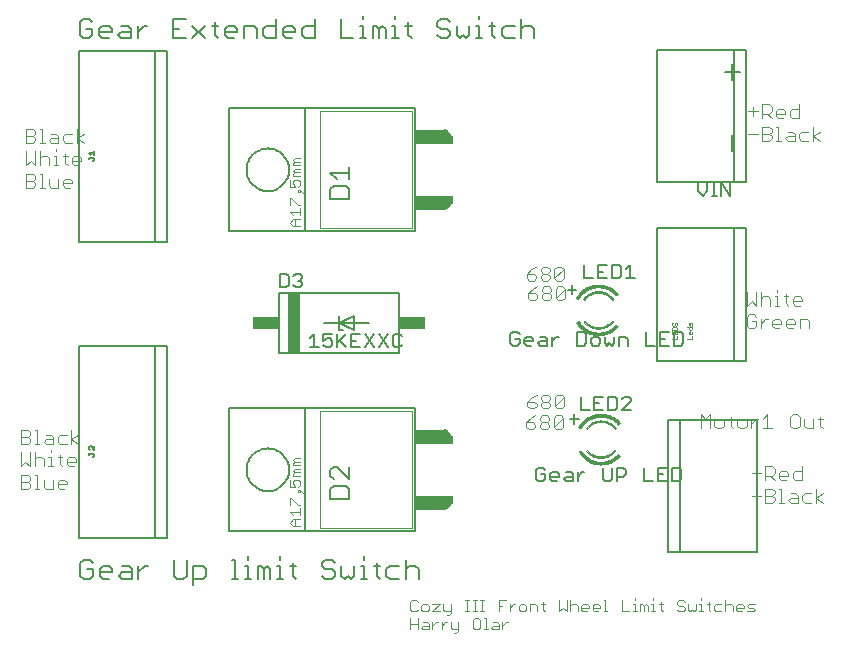
<source format=gto>
G75*
G70*
%OFA0B0*%
%FSLAX24Y24*%
%IPPOS*%
%LPD*%
%AMOC8*
5,1,8,0,0,1.08239X$1,22.5*
%
%ADD10C,0.0030*%
%ADD11C,0.0060*%
%ADD12C,0.0040*%
%ADD13C,0.0080*%
%ADD14C,0.0050*%
%ADD15C,0.0070*%
%ADD16C,0.0010*%
%ADD17C,0.0020*%
%ADD18C,0.0200*%
%ADD19R,0.0250X0.0300*%
%ADD20R,0.1000X0.0500*%
%ADD21R,0.0400X0.2000*%
%ADD22R,0.0850X0.0400*%
D10*
X013597Y000773D02*
X013597Y001144D01*
X013597Y000959D02*
X013843Y000959D01*
X013965Y000835D02*
X014027Y000897D01*
X014212Y000897D01*
X014212Y000959D02*
X014212Y000773D01*
X014027Y000773D01*
X013965Y000835D01*
X013843Y000773D02*
X013843Y001144D01*
X014027Y001020D02*
X014150Y001020D01*
X014212Y000959D01*
X014333Y001020D02*
X014333Y000773D01*
X014333Y000897D02*
X014457Y001020D01*
X014518Y001020D01*
X014640Y001020D02*
X014640Y000773D01*
X014640Y000897D02*
X014764Y001020D01*
X014825Y001020D01*
X014947Y001020D02*
X014947Y000835D01*
X015009Y000773D01*
X015194Y000773D01*
X015194Y000712D02*
X015132Y000650D01*
X015070Y000650D01*
X015194Y000712D02*
X015194Y001020D01*
X014948Y001312D02*
X014887Y001250D01*
X014825Y001250D01*
X014948Y001312D02*
X014948Y001620D01*
X014702Y001620D02*
X014702Y001435D01*
X014763Y001373D01*
X014948Y001373D01*
X014580Y001373D02*
X014333Y001373D01*
X014580Y001620D01*
X014333Y001620D01*
X014212Y001559D02*
X014212Y001435D01*
X014150Y001373D01*
X014027Y001373D01*
X013965Y001435D01*
X013965Y001559D01*
X014027Y001620D01*
X014150Y001620D01*
X014212Y001559D01*
X013843Y001682D02*
X013782Y001744D01*
X013658Y001744D01*
X013597Y001682D01*
X013597Y001435D01*
X013658Y001373D01*
X013782Y001373D01*
X013843Y001435D01*
X015438Y001373D02*
X015562Y001373D01*
X015500Y001373D02*
X015500Y001744D01*
X015438Y001744D02*
X015562Y001744D01*
X015684Y001744D02*
X015807Y001744D01*
X015745Y001744D02*
X015745Y001373D01*
X015684Y001373D02*
X015807Y001373D01*
X015929Y001373D02*
X016053Y001373D01*
X015991Y001373D02*
X015991Y001744D01*
X015929Y001744D02*
X016053Y001744D01*
X016543Y001744D02*
X016543Y001373D01*
X016543Y001559D02*
X016667Y001559D01*
X016543Y001744D02*
X016790Y001744D01*
X016911Y001620D02*
X016911Y001373D01*
X016911Y001497D02*
X017035Y001620D01*
X017097Y001620D01*
X017218Y001559D02*
X017218Y001435D01*
X017280Y001373D01*
X017403Y001373D01*
X017465Y001435D01*
X017465Y001559D01*
X017403Y001620D01*
X017280Y001620D01*
X017218Y001559D01*
X017587Y001620D02*
X017587Y001373D01*
X017834Y001373D02*
X017834Y001559D01*
X017772Y001620D01*
X017587Y001620D01*
X017955Y001620D02*
X018078Y001620D01*
X018017Y001682D02*
X018017Y001435D01*
X018078Y001373D01*
X018569Y001373D02*
X018692Y001497D01*
X018816Y001373D01*
X018816Y001744D01*
X018937Y001744D02*
X018937Y001373D01*
X018937Y001559D02*
X018999Y001620D01*
X019122Y001620D01*
X019184Y001559D01*
X019184Y001373D01*
X019305Y001435D02*
X019305Y001559D01*
X019367Y001620D01*
X019491Y001620D01*
X019552Y001559D01*
X019552Y001497D01*
X019305Y001497D01*
X019305Y001435D02*
X019367Y001373D01*
X019491Y001373D01*
X019674Y001435D02*
X019674Y001559D01*
X019735Y001620D01*
X019859Y001620D01*
X019921Y001559D01*
X019921Y001497D01*
X019674Y001497D01*
X019674Y001435D02*
X019735Y001373D01*
X019859Y001373D01*
X020042Y001373D02*
X020166Y001373D01*
X020104Y001373D02*
X020104Y001744D01*
X020042Y001744D01*
X020656Y001744D02*
X020656Y001373D01*
X020903Y001373D01*
X021024Y001373D02*
X021148Y001373D01*
X021086Y001373D02*
X021086Y001620D01*
X021024Y001620D01*
X021086Y001744D02*
X021086Y001805D01*
X021270Y001620D02*
X021332Y001620D01*
X021393Y001559D01*
X021455Y001620D01*
X021517Y001559D01*
X021517Y001373D01*
X021638Y001373D02*
X021762Y001373D01*
X021700Y001373D02*
X021700Y001620D01*
X021638Y001620D01*
X021700Y001744D02*
X021700Y001805D01*
X021884Y001620D02*
X022007Y001620D01*
X021945Y001682D02*
X021945Y001435D01*
X022007Y001373D01*
X022498Y001435D02*
X022559Y001373D01*
X022683Y001373D01*
X022744Y001435D01*
X022744Y001497D01*
X022683Y001559D01*
X022559Y001559D01*
X022498Y001620D01*
X022498Y001682D01*
X022559Y001744D01*
X022683Y001744D01*
X022744Y001682D01*
X022866Y001620D02*
X022866Y001435D01*
X022928Y001373D01*
X022989Y001435D01*
X023051Y001373D01*
X023113Y001435D01*
X023113Y001620D01*
X023234Y001620D02*
X023296Y001620D01*
X023296Y001373D01*
X023234Y001373D02*
X023358Y001373D01*
X023541Y001435D02*
X023541Y001682D01*
X023480Y001620D02*
X023603Y001620D01*
X023725Y001559D02*
X023725Y001435D01*
X023787Y001373D01*
X023972Y001373D01*
X024094Y001373D02*
X024094Y001744D01*
X024155Y001620D02*
X024279Y001620D01*
X024340Y001559D01*
X024340Y001373D01*
X024462Y001435D02*
X024462Y001559D01*
X024524Y001620D01*
X024647Y001620D01*
X024709Y001559D01*
X024709Y001497D01*
X024462Y001497D01*
X024462Y001435D02*
X024524Y001373D01*
X024647Y001373D01*
X024830Y001373D02*
X025015Y001373D01*
X025077Y001435D01*
X025015Y001497D01*
X024892Y001497D01*
X024830Y001559D01*
X024892Y001620D01*
X025077Y001620D01*
X024155Y001620D02*
X024094Y001559D01*
X023972Y001620D02*
X023787Y001620D01*
X023725Y001559D01*
X023541Y001435D02*
X023603Y001373D01*
X023296Y001744D02*
X023296Y001805D01*
X021393Y001559D02*
X021393Y001373D01*
X021270Y001373D02*
X021270Y001620D01*
X018569Y001744D02*
X018569Y001373D01*
X016851Y001020D02*
X016789Y001020D01*
X016666Y000897D01*
X016544Y000897D02*
X016359Y000897D01*
X016298Y000835D01*
X016359Y000773D01*
X016544Y000773D01*
X016544Y000959D01*
X016483Y001020D01*
X016359Y001020D01*
X016114Y001144D02*
X016114Y000773D01*
X016175Y000773D02*
X016052Y000773D01*
X015931Y000835D02*
X015931Y001082D01*
X015869Y001144D01*
X015745Y001144D01*
X015684Y001082D01*
X015684Y000835D01*
X015745Y000773D01*
X015869Y000773D01*
X015931Y000835D01*
X016052Y001144D02*
X016114Y001144D01*
X016666Y001020D02*
X016666Y000773D01*
D11*
X002707Y002462D02*
X002600Y002568D01*
X002600Y002995D01*
X002707Y003102D01*
X002920Y003102D01*
X003027Y002995D01*
X003027Y002782D02*
X002813Y002782D01*
X003027Y002782D02*
X003027Y002568D01*
X002920Y002462D01*
X002707Y002462D01*
X003244Y002568D02*
X003244Y002782D01*
X003351Y002889D01*
X003565Y002889D01*
X003671Y002782D01*
X003671Y002675D01*
X003244Y002675D01*
X003244Y002568D02*
X003351Y002462D01*
X003565Y002462D01*
X003889Y002568D02*
X003996Y002675D01*
X004316Y002675D01*
X004316Y002782D02*
X004316Y002462D01*
X003996Y002462D01*
X003889Y002568D01*
X003996Y002889D02*
X004209Y002889D01*
X004316Y002782D01*
X004533Y002889D02*
X004533Y002462D01*
X004533Y002675D02*
X004747Y002889D01*
X004854Y002889D01*
X005715Y003102D02*
X005715Y002568D01*
X005822Y002462D01*
X006035Y002462D01*
X006142Y002568D01*
X006142Y003102D01*
X006360Y002889D02*
X006680Y002889D01*
X006787Y002782D01*
X006787Y002568D01*
X006680Y002462D01*
X006360Y002462D01*
X006360Y002248D02*
X006360Y002889D01*
X007649Y003102D02*
X007755Y003102D01*
X007755Y002462D01*
X007649Y002462D02*
X007862Y002462D01*
X008078Y002462D02*
X008292Y002462D01*
X008185Y002462D02*
X008185Y002889D01*
X008078Y002889D01*
X008185Y003102D02*
X008185Y003209D01*
X008508Y002889D02*
X008615Y002889D01*
X008722Y002782D01*
X008828Y002889D01*
X008935Y002782D01*
X008935Y002462D01*
X008722Y002462D02*
X008722Y002782D01*
X008508Y002889D02*
X008508Y002462D01*
X009153Y002462D02*
X009366Y002462D01*
X009259Y002462D02*
X009259Y002889D01*
X009153Y002889D01*
X009259Y003102D02*
X009259Y003209D01*
X009582Y002889D02*
X009796Y002889D01*
X009689Y002995D02*
X009689Y002568D01*
X009796Y002462D01*
X010657Y002568D02*
X010763Y002462D01*
X010977Y002462D01*
X011084Y002568D01*
X011084Y002675D01*
X010977Y002782D01*
X010763Y002782D01*
X010657Y002889D01*
X010657Y002995D01*
X010763Y003102D01*
X010977Y003102D01*
X011084Y002995D01*
X011301Y002889D02*
X011301Y002568D01*
X011408Y002462D01*
X011515Y002568D01*
X011621Y002462D01*
X011728Y002568D01*
X011728Y002889D01*
X011946Y002889D02*
X012052Y002889D01*
X012052Y002462D01*
X011946Y002462D02*
X012159Y002462D01*
X012482Y002568D02*
X012589Y002462D01*
X012482Y002568D02*
X012482Y002995D01*
X012375Y002889D02*
X012589Y002889D01*
X012805Y002782D02*
X012805Y002568D01*
X012912Y002462D01*
X013232Y002462D01*
X013450Y002462D02*
X013450Y003102D01*
X013556Y002889D02*
X013770Y002889D01*
X013877Y002782D01*
X013877Y002462D01*
X013450Y002782D02*
X013556Y002889D01*
X013232Y002889D02*
X012912Y002889D01*
X012805Y002782D01*
X012052Y003102D02*
X012052Y003209D01*
X013751Y004043D02*
X010101Y004043D01*
X007551Y004043D01*
X007551Y008143D01*
X010101Y008143D01*
X013751Y008143D01*
X013751Y004043D01*
X010101Y004043D02*
X010101Y008143D01*
X009219Y009995D02*
X013219Y009995D01*
X013219Y011995D01*
X009219Y011995D01*
X009219Y009995D01*
X010719Y010995D02*
X011219Y010995D01*
X011219Y011225D01*
X011219Y010995D02*
X011219Y010765D01*
X011369Y010765D01*
X011219Y010995D02*
X012219Y010995D01*
X011719Y011225D02*
X011719Y010765D01*
X011219Y010995D01*
X011719Y011225D01*
X010101Y014043D02*
X013751Y014043D01*
X013751Y018143D01*
X010101Y018143D01*
X007551Y018143D01*
X007551Y014043D01*
X010101Y014043D01*
X010101Y018143D01*
X010095Y020473D02*
X009988Y020580D01*
X009988Y020794D01*
X010095Y020900D01*
X010415Y020900D01*
X010415Y021114D02*
X010415Y020473D01*
X010095Y020473D01*
X009771Y020687D02*
X009344Y020687D01*
X009344Y020580D02*
X009344Y020794D01*
X009451Y020900D01*
X009664Y020900D01*
X009771Y020794D01*
X009771Y020687D01*
X009664Y020473D02*
X009451Y020473D01*
X009344Y020580D01*
X009126Y020473D02*
X008806Y020473D01*
X008699Y020580D01*
X008699Y020794D01*
X008806Y020900D01*
X009126Y020900D01*
X009126Y021114D02*
X009126Y020473D01*
X008482Y020473D02*
X008482Y020794D01*
X008375Y020900D01*
X008055Y020900D01*
X008055Y020473D01*
X007837Y020687D02*
X007410Y020687D01*
X007410Y020580D02*
X007410Y020794D01*
X007517Y020900D01*
X007731Y020900D01*
X007837Y020794D01*
X007837Y020687D01*
X007731Y020473D02*
X007517Y020473D01*
X007410Y020580D01*
X007194Y020473D02*
X007087Y020580D01*
X007087Y021007D01*
X006981Y020900D02*
X007194Y020900D01*
X006763Y020900D02*
X006336Y020473D01*
X006118Y020473D02*
X005691Y020473D01*
X005691Y021114D01*
X006118Y021114D01*
X006336Y020900D02*
X006763Y020473D01*
X005905Y020794D02*
X005691Y020794D01*
X004830Y020900D02*
X004723Y020900D01*
X004510Y020687D01*
X004510Y020900D02*
X004510Y020473D01*
X004292Y020473D02*
X003972Y020473D01*
X003865Y020580D01*
X003972Y020687D01*
X004292Y020687D01*
X004292Y020794D02*
X004292Y020473D01*
X004292Y020794D02*
X004186Y020900D01*
X003972Y020900D01*
X003648Y020794D02*
X003648Y020687D01*
X003221Y020687D01*
X003221Y020580D02*
X003221Y020794D01*
X003327Y020900D01*
X003541Y020900D01*
X003648Y020794D01*
X003541Y020473D02*
X003327Y020473D01*
X003221Y020580D01*
X003003Y020580D02*
X002896Y020473D01*
X002683Y020473D01*
X002576Y020580D01*
X002576Y021007D01*
X002683Y021114D01*
X002896Y021114D01*
X003003Y021007D01*
X003003Y020794D02*
X002790Y020794D01*
X003003Y020794D02*
X003003Y020580D01*
X008141Y016093D02*
X008143Y016146D01*
X008149Y016199D01*
X008159Y016251D01*
X008173Y016302D01*
X008190Y016352D01*
X008211Y016401D01*
X008236Y016448D01*
X008264Y016493D01*
X008296Y016536D01*
X008331Y016576D01*
X008368Y016613D01*
X008408Y016648D01*
X008451Y016680D01*
X008496Y016708D01*
X008543Y016733D01*
X008592Y016754D01*
X008642Y016771D01*
X008693Y016785D01*
X008745Y016795D01*
X008798Y016801D01*
X008851Y016803D01*
X008904Y016801D01*
X008957Y016795D01*
X009009Y016785D01*
X009060Y016771D01*
X009110Y016754D01*
X009159Y016733D01*
X009206Y016708D01*
X009251Y016680D01*
X009294Y016648D01*
X009334Y016613D01*
X009371Y016576D01*
X009406Y016536D01*
X009438Y016493D01*
X009466Y016448D01*
X009491Y016401D01*
X009512Y016352D01*
X009529Y016302D01*
X009543Y016251D01*
X009553Y016199D01*
X009559Y016146D01*
X009561Y016093D01*
X009559Y016040D01*
X009553Y015987D01*
X009543Y015935D01*
X009529Y015884D01*
X009512Y015834D01*
X009491Y015785D01*
X009466Y015738D01*
X009438Y015693D01*
X009406Y015650D01*
X009371Y015610D01*
X009334Y015573D01*
X009294Y015538D01*
X009251Y015506D01*
X009206Y015478D01*
X009159Y015453D01*
X009110Y015432D01*
X009060Y015415D01*
X009009Y015401D01*
X008957Y015391D01*
X008904Y015385D01*
X008851Y015383D01*
X008798Y015385D01*
X008745Y015391D01*
X008693Y015401D01*
X008642Y015415D01*
X008592Y015432D01*
X008543Y015453D01*
X008496Y015478D01*
X008451Y015506D01*
X008408Y015538D01*
X008368Y015573D01*
X008331Y015610D01*
X008296Y015650D01*
X008264Y015693D01*
X008236Y015738D01*
X008211Y015785D01*
X008190Y015834D01*
X008173Y015884D01*
X008159Y015935D01*
X008149Y015987D01*
X008143Y016040D01*
X008141Y016093D01*
X011278Y020473D02*
X011705Y020473D01*
X011922Y020473D02*
X012136Y020473D01*
X012029Y020473D02*
X012029Y020900D01*
X011922Y020900D01*
X012029Y021114D02*
X012029Y021221D01*
X012352Y020900D02*
X012459Y020900D01*
X012565Y020794D01*
X012672Y020900D01*
X012779Y020794D01*
X012779Y020473D01*
X012565Y020473D02*
X012565Y020794D01*
X012352Y020900D02*
X012352Y020473D01*
X012996Y020473D02*
X013210Y020473D01*
X013103Y020473D02*
X013103Y020900D01*
X012996Y020900D01*
X013103Y021114D02*
X013103Y021221D01*
X013533Y021007D02*
X013533Y020580D01*
X013640Y020473D01*
X013640Y020900D02*
X013426Y020900D01*
X014500Y020900D02*
X014607Y020794D01*
X014821Y020794D01*
X014927Y020687D01*
X014927Y020580D01*
X014821Y020473D01*
X014607Y020473D01*
X014500Y020580D01*
X014500Y020900D02*
X014500Y021007D01*
X014607Y021114D01*
X014821Y021114D01*
X014927Y021007D01*
X015145Y020900D02*
X015145Y020580D01*
X015252Y020473D01*
X015358Y020580D01*
X015465Y020473D01*
X015572Y020580D01*
X015572Y020900D01*
X015789Y020900D02*
X015896Y020900D01*
X015896Y020473D01*
X015789Y020473D02*
X016003Y020473D01*
X016326Y020580D02*
X016433Y020473D01*
X016326Y020580D02*
X016326Y021007D01*
X016219Y020900D02*
X016433Y020900D01*
X016649Y020794D02*
X016649Y020580D01*
X016756Y020473D01*
X017076Y020473D01*
X017293Y020473D02*
X017293Y021114D01*
X017400Y020900D02*
X017614Y020900D01*
X017720Y020794D01*
X017720Y020473D01*
X017400Y020900D02*
X017293Y020794D01*
X017076Y020900D02*
X016756Y020900D01*
X016649Y020794D01*
X015896Y021114D02*
X015896Y021221D01*
X011278Y021114D02*
X011278Y020473D01*
X008141Y006093D02*
X008143Y006146D01*
X008149Y006199D01*
X008159Y006251D01*
X008173Y006302D01*
X008190Y006352D01*
X008211Y006401D01*
X008236Y006448D01*
X008264Y006493D01*
X008296Y006536D01*
X008331Y006576D01*
X008368Y006613D01*
X008408Y006648D01*
X008451Y006680D01*
X008496Y006708D01*
X008543Y006733D01*
X008592Y006754D01*
X008642Y006771D01*
X008693Y006785D01*
X008745Y006795D01*
X008798Y006801D01*
X008851Y006803D01*
X008904Y006801D01*
X008957Y006795D01*
X009009Y006785D01*
X009060Y006771D01*
X009110Y006754D01*
X009159Y006733D01*
X009206Y006708D01*
X009251Y006680D01*
X009294Y006648D01*
X009334Y006613D01*
X009371Y006576D01*
X009406Y006536D01*
X009438Y006493D01*
X009466Y006448D01*
X009491Y006401D01*
X009512Y006352D01*
X009529Y006302D01*
X009543Y006251D01*
X009553Y006199D01*
X009559Y006146D01*
X009561Y006093D01*
X009559Y006040D01*
X009553Y005987D01*
X009543Y005935D01*
X009529Y005884D01*
X009512Y005834D01*
X009491Y005785D01*
X009466Y005738D01*
X009438Y005693D01*
X009406Y005650D01*
X009371Y005610D01*
X009334Y005573D01*
X009294Y005538D01*
X009251Y005506D01*
X009206Y005478D01*
X009159Y005453D01*
X009110Y005432D01*
X009060Y005415D01*
X009009Y005401D01*
X008957Y005391D01*
X008904Y005385D01*
X008851Y005383D01*
X008798Y005385D01*
X008745Y005391D01*
X008693Y005401D01*
X008642Y005415D01*
X008592Y005432D01*
X008543Y005453D01*
X008496Y005478D01*
X008451Y005506D01*
X008408Y005538D01*
X008368Y005573D01*
X008331Y005610D01*
X008296Y005650D01*
X008264Y005693D01*
X008236Y005738D01*
X008211Y005785D01*
X008190Y005834D01*
X008173Y005884D01*
X008159Y005935D01*
X008149Y005987D01*
X008143Y006040D01*
X008141Y006093D01*
D12*
X009581Y005763D02*
X009581Y005530D01*
X009756Y005530D01*
X009697Y005647D01*
X009697Y005705D01*
X009756Y005763D01*
X009872Y005763D01*
X009931Y005705D01*
X009931Y005588D01*
X009872Y005530D01*
X009872Y005407D02*
X009872Y005349D01*
X009931Y005349D01*
X009931Y005407D01*
X009872Y005407D01*
X009931Y005407D02*
X010048Y005290D01*
X009931Y004931D02*
X009872Y004931D01*
X009639Y005165D01*
X009581Y005165D01*
X009581Y004931D01*
X009581Y004689D02*
X009931Y004689D01*
X009931Y004572D02*
X009931Y004806D01*
X009697Y004572D02*
X009581Y004689D01*
X009697Y004447D02*
X009931Y004447D01*
X009756Y004447D02*
X009756Y004213D01*
X009697Y004213D02*
X009581Y004330D01*
X009697Y004447D01*
X009697Y004213D02*
X009931Y004213D01*
X009931Y005889D02*
X009697Y005889D01*
X009697Y005947D01*
X009756Y006006D01*
X009697Y006064D01*
X009756Y006122D01*
X009931Y006122D01*
X009931Y006006D02*
X009756Y006006D01*
X009697Y006248D02*
X009697Y006306D01*
X009756Y006365D01*
X009697Y006423D01*
X009756Y006482D01*
X009931Y006482D01*
X009931Y006365D02*
X009756Y006365D01*
X009697Y006248D02*
X009931Y006248D01*
X002532Y006960D02*
X002301Y007113D01*
X002532Y007266D01*
X002301Y007420D02*
X002301Y006960D01*
X002148Y006960D02*
X001918Y006960D01*
X001841Y007036D01*
X001841Y007190D01*
X001918Y007266D01*
X002148Y007266D01*
X001688Y007190D02*
X001688Y006960D01*
X001457Y006960D01*
X001381Y007036D01*
X001457Y007113D01*
X001688Y007113D01*
X001688Y007190D02*
X001611Y007266D01*
X001457Y007266D01*
X001151Y007420D02*
X001151Y006960D01*
X001227Y006960D02*
X001074Y006960D01*
X000920Y007036D02*
X000844Y006960D01*
X000613Y006960D01*
X000613Y007420D01*
X000844Y007420D01*
X000920Y007343D01*
X000920Y007266D01*
X000844Y007190D01*
X000613Y007190D01*
X000844Y007190D02*
X000920Y007113D01*
X000920Y007036D01*
X001074Y007420D02*
X001151Y007420D01*
X001074Y006670D02*
X001074Y006210D01*
X000920Y006210D02*
X000920Y006670D01*
X001074Y006440D02*
X001151Y006516D01*
X001304Y006516D01*
X001381Y006440D01*
X001381Y006210D01*
X001534Y006210D02*
X001688Y006210D01*
X001611Y006210D02*
X001611Y006516D01*
X001534Y006516D01*
X001611Y006670D02*
X001611Y006747D01*
X001841Y006516D02*
X001995Y006516D01*
X001918Y006593D02*
X001918Y006286D01*
X001995Y006210D01*
X002148Y006286D02*
X002148Y006440D01*
X002225Y006516D01*
X002378Y006516D01*
X002455Y006440D01*
X002455Y006363D01*
X002148Y006363D01*
X002148Y006286D02*
X002225Y006210D01*
X002378Y006210D01*
X002071Y005766D02*
X001918Y005766D01*
X001841Y005690D01*
X001841Y005536D01*
X001918Y005460D01*
X002071Y005460D01*
X002148Y005613D02*
X001841Y005613D01*
X001688Y005460D02*
X001688Y005766D01*
X002071Y005766D02*
X002148Y005690D01*
X002148Y005613D01*
X001688Y005460D02*
X001457Y005460D01*
X001381Y005536D01*
X001381Y005766D01*
X001151Y005920D02*
X001074Y005920D01*
X001151Y005920D02*
X001151Y005460D01*
X001227Y005460D02*
X001074Y005460D01*
X000920Y005536D02*
X000844Y005460D01*
X000613Y005460D01*
X000613Y005920D01*
X000844Y005920D01*
X000920Y005843D01*
X000920Y005766D01*
X000844Y005690D01*
X000613Y005690D01*
X000844Y005690D02*
X000920Y005613D01*
X000920Y005536D01*
X000920Y006210D02*
X000767Y006363D01*
X000613Y006210D01*
X000613Y006670D01*
X009581Y014330D02*
X009697Y014447D01*
X009931Y014447D01*
X009931Y014572D02*
X009931Y014806D01*
X009931Y014689D02*
X009581Y014689D01*
X009697Y014572D01*
X009756Y014447D02*
X009756Y014213D01*
X009697Y014213D02*
X009581Y014330D01*
X009697Y014213D02*
X009931Y014213D01*
X009931Y014931D02*
X009872Y014931D01*
X009639Y015165D01*
X009581Y015165D01*
X009581Y014931D01*
X009872Y015349D02*
X009931Y015349D01*
X009931Y015407D01*
X009872Y015407D01*
X009872Y015349D01*
X009931Y015407D02*
X010048Y015290D01*
X009872Y015530D02*
X009931Y015588D01*
X009931Y015705D01*
X009872Y015763D01*
X009756Y015763D01*
X009697Y015705D01*
X009697Y015647D01*
X009756Y015530D01*
X009581Y015530D01*
X009581Y015763D01*
X009697Y015889D02*
X009697Y015947D01*
X009756Y016006D01*
X009697Y016064D01*
X009756Y016122D01*
X009931Y016122D01*
X009931Y016006D02*
X009756Y016006D01*
X009697Y015889D02*
X009931Y015889D01*
X009931Y016248D02*
X009697Y016248D01*
X009697Y016306D01*
X009756Y016365D01*
X009697Y016423D01*
X009756Y016482D01*
X009931Y016482D01*
X009931Y016365D02*
X009756Y016365D01*
X002713Y016995D02*
X002483Y017148D01*
X002713Y017302D01*
X002483Y017455D02*
X002483Y016995D01*
X002329Y016995D02*
X002099Y016995D01*
X002022Y017072D01*
X002022Y017225D01*
X002099Y017302D01*
X002329Y017302D01*
X001869Y017225D02*
X001869Y016995D01*
X001639Y016995D01*
X001562Y017072D01*
X001639Y017148D01*
X001869Y017148D01*
X001869Y017225D02*
X001792Y017302D01*
X001639Y017302D01*
X001332Y017455D02*
X001332Y016995D01*
X001408Y016995D02*
X001255Y016995D01*
X001101Y017072D02*
X001025Y016995D01*
X000794Y016995D01*
X000794Y017455D01*
X001025Y017455D01*
X001101Y017379D01*
X001101Y017302D01*
X001025Y017225D01*
X000794Y017225D01*
X001025Y017225D02*
X001101Y017148D01*
X001101Y017072D01*
X001255Y017455D02*
X001332Y017455D01*
X001255Y016705D02*
X001255Y016245D01*
X001101Y016245D02*
X000948Y016398D01*
X000794Y016245D01*
X000794Y016705D01*
X001101Y016705D02*
X001101Y016245D01*
X001255Y016475D02*
X001332Y016552D01*
X001485Y016552D01*
X001562Y016475D01*
X001562Y016245D01*
X001715Y016245D02*
X001869Y016245D01*
X001792Y016245D02*
X001792Y016552D01*
X001715Y016552D01*
X001792Y016705D02*
X001792Y016782D01*
X002022Y016552D02*
X002176Y016552D01*
X002099Y016629D02*
X002099Y016322D01*
X002176Y016245D01*
X002329Y016322D02*
X002329Y016475D01*
X002406Y016552D01*
X002559Y016552D01*
X002636Y016475D01*
X002636Y016398D01*
X002329Y016398D01*
X002329Y016322D02*
X002406Y016245D01*
X002559Y016245D01*
X002252Y015802D02*
X002099Y015802D01*
X002022Y015725D01*
X002022Y015572D01*
X002099Y015495D01*
X002252Y015495D01*
X002329Y015648D02*
X002022Y015648D01*
X001869Y015495D02*
X001869Y015802D01*
X001562Y015802D02*
X001562Y015572D01*
X001639Y015495D01*
X001869Y015495D01*
X001408Y015495D02*
X001255Y015495D01*
X001332Y015495D02*
X001332Y015955D01*
X001255Y015955D01*
X001101Y015879D02*
X001101Y015802D01*
X001025Y015725D01*
X000794Y015725D01*
X000794Y015495D02*
X001025Y015495D01*
X001101Y015572D01*
X001101Y015648D01*
X001025Y015725D01*
X001101Y015879D02*
X001025Y015955D01*
X000794Y015955D01*
X000794Y015495D01*
X002252Y015802D02*
X002329Y015725D01*
X002329Y015648D01*
X017481Y012627D02*
X017712Y012627D01*
X017788Y012550D01*
X017788Y012473D01*
X017712Y012397D01*
X017558Y012397D01*
X017481Y012473D01*
X017481Y012627D01*
X017635Y012780D01*
X017788Y012857D01*
X017942Y012780D02*
X017942Y012703D01*
X018019Y012627D01*
X018172Y012627D01*
X018249Y012550D01*
X018249Y012473D01*
X018172Y012397D01*
X018019Y012397D01*
X017942Y012473D01*
X017942Y012550D01*
X018019Y012627D01*
X018172Y012627D02*
X018249Y012703D01*
X018249Y012780D01*
X018172Y012857D01*
X018019Y012857D01*
X017942Y012780D01*
X018402Y012780D02*
X018402Y012473D01*
X018709Y012780D01*
X018709Y012473D01*
X018632Y012397D01*
X018479Y012397D01*
X018402Y012473D01*
X018402Y012780D02*
X018479Y012857D01*
X018632Y012857D01*
X018709Y012780D01*
X018672Y012211D02*
X018749Y012135D01*
X018442Y011828D01*
X018518Y011751D01*
X018672Y011751D01*
X018749Y011828D01*
X018749Y012135D01*
X018672Y012211D02*
X018518Y012211D01*
X018442Y012135D01*
X018442Y011828D01*
X018288Y011828D02*
X018211Y011751D01*
X018058Y011751D01*
X017981Y011828D01*
X017981Y011904D01*
X018058Y011981D01*
X018211Y011981D01*
X018288Y011904D01*
X018288Y011828D01*
X018211Y011981D02*
X018288Y012058D01*
X018288Y012135D01*
X018211Y012211D01*
X018058Y012211D01*
X017981Y012135D01*
X017981Y012058D01*
X018058Y011981D01*
X017828Y011904D02*
X017751Y011981D01*
X017521Y011981D01*
X017521Y011828D01*
X017598Y011751D01*
X017751Y011751D01*
X017828Y011828D01*
X017828Y011904D01*
X017674Y012135D02*
X017521Y011981D01*
X017674Y012135D02*
X017828Y012211D01*
X017808Y008597D02*
X017655Y008520D01*
X017501Y008367D01*
X017731Y008367D01*
X017808Y008290D01*
X017808Y008213D01*
X017731Y008137D01*
X017578Y008137D01*
X017501Y008213D01*
X017501Y008367D01*
X017962Y008444D02*
X017962Y008520D01*
X018038Y008597D01*
X018192Y008597D01*
X018269Y008520D01*
X018269Y008444D01*
X018192Y008367D01*
X018038Y008367D01*
X017962Y008444D01*
X018038Y008367D02*
X017962Y008290D01*
X017962Y008213D01*
X018038Y008137D01*
X018192Y008137D01*
X018269Y008213D01*
X018269Y008290D01*
X018192Y008367D01*
X018422Y008213D02*
X018422Y008520D01*
X018499Y008597D01*
X018652Y008597D01*
X018729Y008520D01*
X018422Y008213D01*
X018499Y008137D01*
X018652Y008137D01*
X018729Y008213D01*
X018729Y008520D01*
X018617Y007908D02*
X018693Y007831D01*
X018387Y007524D01*
X018463Y007448D01*
X018617Y007448D01*
X018693Y007524D01*
X018693Y007831D01*
X018617Y007908D02*
X018463Y007908D01*
X018387Y007831D01*
X018387Y007524D01*
X018233Y007524D02*
X018156Y007448D01*
X018003Y007448D01*
X017926Y007524D01*
X017926Y007601D01*
X018003Y007678D01*
X018156Y007678D01*
X018233Y007601D01*
X018233Y007524D01*
X018156Y007678D02*
X018233Y007755D01*
X018233Y007831D01*
X018156Y007908D01*
X018003Y007908D01*
X017926Y007831D01*
X017926Y007755D01*
X018003Y007678D01*
X017773Y007601D02*
X017696Y007678D01*
X017466Y007678D01*
X017466Y007524D01*
X017542Y007448D01*
X017696Y007448D01*
X017773Y007524D01*
X017773Y007601D01*
X017619Y007831D02*
X017466Y007678D01*
X017619Y007831D02*
X017773Y007908D01*
X023279Y007938D02*
X023279Y007477D01*
X023586Y007477D02*
X023586Y007938D01*
X023432Y007784D01*
X023279Y007938D01*
X023739Y007707D02*
X023739Y007554D01*
X023816Y007477D01*
X023969Y007477D01*
X024046Y007554D01*
X024046Y007707D01*
X023969Y007784D01*
X023816Y007784D01*
X023739Y007707D01*
X024200Y007784D02*
X024353Y007784D01*
X024276Y007861D02*
X024276Y007554D01*
X024353Y007477D01*
X024506Y007554D02*
X024583Y007477D01*
X024737Y007477D01*
X024813Y007554D01*
X024813Y007707D01*
X024737Y007784D01*
X024583Y007784D01*
X024506Y007707D01*
X024506Y007554D01*
X024967Y007631D02*
X025120Y007784D01*
X025197Y007784D01*
X025351Y007784D02*
X025504Y007938D01*
X025504Y007477D01*
X025351Y007477D02*
X025657Y007477D01*
X026271Y007554D02*
X026348Y007477D01*
X026501Y007477D01*
X026578Y007554D01*
X026578Y007861D01*
X026501Y007938D01*
X026348Y007938D01*
X026271Y007861D01*
X026271Y007554D01*
X026732Y007554D02*
X026732Y007784D01*
X026732Y007554D02*
X026808Y007477D01*
X027039Y007477D01*
X027039Y007784D01*
X027192Y007784D02*
X027346Y007784D01*
X027269Y007861D02*
X027269Y007554D01*
X027346Y007477D01*
X026664Y006209D02*
X026664Y005749D01*
X026433Y005749D01*
X026357Y005826D01*
X026357Y005979D01*
X026433Y006056D01*
X026664Y006056D01*
X026203Y005979D02*
X026203Y005902D01*
X025896Y005902D01*
X025896Y005826D02*
X025896Y005979D01*
X025973Y006056D01*
X026127Y006056D01*
X026203Y005979D01*
X026127Y005749D02*
X025973Y005749D01*
X025896Y005826D01*
X025743Y005749D02*
X025589Y005902D01*
X025666Y005902D02*
X025436Y005902D01*
X025436Y005749D02*
X025436Y006209D01*
X025666Y006209D01*
X025743Y006133D01*
X025743Y005979D01*
X025666Y005902D01*
X025283Y005979D02*
X024976Y005979D01*
X025129Y005826D02*
X025129Y006133D01*
X025436Y005459D02*
X025666Y005459D01*
X025743Y005383D01*
X025743Y005306D01*
X025666Y005229D01*
X025436Y005229D01*
X025283Y005229D02*
X024976Y005229D01*
X025436Y004999D02*
X025666Y004999D01*
X025743Y005076D01*
X025743Y005152D01*
X025666Y005229D01*
X025436Y004999D02*
X025436Y005459D01*
X025896Y005459D02*
X025973Y005459D01*
X025973Y004999D01*
X025896Y004999D02*
X026050Y004999D01*
X026203Y005076D02*
X026280Y005152D01*
X026510Y005152D01*
X026510Y005229D02*
X026510Y004999D01*
X026280Y004999D01*
X026203Y005076D01*
X026280Y005306D02*
X026433Y005306D01*
X026510Y005229D01*
X026664Y005229D02*
X026664Y005076D01*
X026740Y004999D01*
X026971Y004999D01*
X027124Y004999D02*
X027124Y005459D01*
X026971Y005306D02*
X026740Y005306D01*
X026664Y005229D01*
X027124Y005152D02*
X027354Y005306D01*
X027124Y005152D02*
X027354Y004999D01*
X024967Y007477D02*
X024967Y007784D01*
X024899Y010814D02*
X025052Y010814D01*
X025129Y010891D01*
X025129Y011044D01*
X024976Y011044D01*
X025129Y011198D02*
X025052Y011274D01*
X024899Y011274D01*
X024822Y011198D01*
X024822Y010891D01*
X024899Y010814D01*
X025282Y010814D02*
X025282Y011121D01*
X025282Y010967D02*
X025436Y011121D01*
X025513Y011121D01*
X025666Y011044D02*
X025666Y010891D01*
X025743Y010814D01*
X025896Y010814D01*
X025973Y010967D02*
X025666Y010967D01*
X025666Y011044D02*
X025743Y011121D01*
X025896Y011121D01*
X025973Y011044D01*
X025973Y010967D01*
X026126Y010967D02*
X026433Y010967D01*
X026433Y011044D01*
X026357Y011121D01*
X026203Y011121D01*
X026126Y011044D01*
X026126Y010891D01*
X026203Y010814D01*
X026357Y010814D01*
X026587Y010814D02*
X026587Y011121D01*
X026817Y011121D01*
X026894Y011044D01*
X026894Y010814D01*
X026587Y011564D02*
X026433Y011564D01*
X026357Y011641D01*
X026357Y011794D01*
X026433Y011871D01*
X026587Y011871D01*
X026664Y011794D01*
X026664Y011717D01*
X026357Y011717D01*
X026203Y011564D02*
X026126Y011641D01*
X026126Y011948D01*
X026050Y011871D02*
X026203Y011871D01*
X025820Y011871D02*
X025820Y011564D01*
X025896Y011564D02*
X025743Y011564D01*
X025589Y011564D02*
X025589Y011794D01*
X025513Y011871D01*
X025359Y011871D01*
X025282Y011794D01*
X025282Y012024D02*
X025282Y011564D01*
X025129Y011564D02*
X025129Y012024D01*
X024822Y012024D02*
X024822Y011564D01*
X024976Y011717D01*
X025129Y011564D01*
X025743Y011871D02*
X025820Y011871D01*
X025820Y012024D02*
X025820Y012101D01*
X025794Y017062D02*
X025947Y017062D01*
X025871Y017062D02*
X025871Y017522D01*
X025794Y017522D01*
X025641Y017446D02*
X025641Y017369D01*
X025564Y017292D01*
X025334Y017292D01*
X025180Y017292D02*
X024873Y017292D01*
X025334Y017062D02*
X025564Y017062D01*
X025641Y017139D01*
X025641Y017215D01*
X025564Y017292D01*
X025641Y017446D02*
X025564Y017522D01*
X025334Y017522D01*
X025334Y017062D01*
X025334Y017812D02*
X025334Y018272D01*
X025564Y018272D01*
X025641Y018196D01*
X025641Y018042D01*
X025564Y017965D01*
X025334Y017965D01*
X025487Y017965D02*
X025641Y017812D01*
X025794Y017889D02*
X025794Y018042D01*
X025871Y018119D01*
X026024Y018119D01*
X026101Y018042D01*
X026101Y017965D01*
X025794Y017965D01*
X025794Y017889D02*
X025871Y017812D01*
X026024Y017812D01*
X026254Y017889D02*
X026254Y018042D01*
X026331Y018119D01*
X026561Y018119D01*
X026561Y018272D02*
X026561Y017812D01*
X026331Y017812D01*
X026254Y017889D01*
X026178Y017369D02*
X026331Y017369D01*
X026408Y017292D01*
X026408Y017062D01*
X026178Y017062D01*
X026101Y017139D01*
X026178Y017215D01*
X026408Y017215D01*
X026561Y017139D02*
X026561Y017292D01*
X026638Y017369D01*
X026868Y017369D01*
X027022Y017522D02*
X027022Y017062D01*
X027022Y017215D02*
X027252Y017369D01*
X027022Y017215D02*
X027252Y017062D01*
X026868Y017062D02*
X026638Y017062D01*
X026561Y017139D01*
X025180Y018042D02*
X024873Y018042D01*
X025027Y018196D02*
X025027Y017889D01*
D13*
X024786Y020093D02*
X024393Y020093D01*
X024393Y015684D01*
X021834Y015684D01*
X021834Y020093D01*
X024393Y020093D01*
X024786Y020093D02*
X024786Y015684D01*
X024393Y015684D01*
X024393Y014140D02*
X024393Y009731D01*
X021834Y009731D01*
X021834Y014140D01*
X024393Y014140D01*
X024786Y014140D01*
X024786Y009731D01*
X024393Y009731D01*
X025141Y007751D02*
X022582Y007751D01*
X022582Y003341D01*
X022188Y003341D01*
X022188Y007751D01*
X022582Y007751D01*
X025141Y007751D02*
X025141Y003341D01*
X022582Y003341D01*
X005495Y003833D02*
X005101Y003833D01*
X005101Y010211D01*
X005495Y010211D01*
X005495Y003833D01*
X005101Y003833D02*
X002542Y003833D01*
X002542Y010211D01*
X005101Y010211D01*
X005101Y013680D02*
X002542Y013680D01*
X002542Y020058D01*
X005101Y020058D01*
X005101Y013680D01*
X005495Y013680D01*
X005495Y020058D01*
X005101Y020058D01*
D14*
X003071Y016723D02*
X003071Y016596D01*
X003071Y016660D02*
X002881Y016660D01*
X002944Y016596D01*
X002881Y016502D02*
X002881Y016439D01*
X002881Y016470D02*
X003039Y016470D01*
X003071Y016439D01*
X003071Y016407D01*
X003039Y016375D01*
X009244Y012620D02*
X009244Y012170D01*
X009470Y012170D01*
X009545Y012245D01*
X009545Y012545D01*
X009470Y012620D01*
X009244Y012620D01*
X009705Y012545D02*
X009780Y012620D01*
X009930Y012620D01*
X010005Y012545D01*
X010005Y012470D01*
X009930Y012395D01*
X010005Y012320D01*
X010005Y012245D01*
X009930Y012170D01*
X009780Y012170D01*
X009705Y012245D01*
X009855Y012395D02*
X009930Y012395D01*
X010394Y010620D02*
X010394Y010170D01*
X010244Y010170D02*
X010545Y010170D01*
X010705Y010245D02*
X010780Y010170D01*
X010930Y010170D01*
X011005Y010245D01*
X011005Y010395D01*
X010930Y010470D01*
X010855Y010470D01*
X010705Y010395D01*
X010705Y010620D01*
X011005Y010620D01*
X011165Y010620D02*
X011165Y010170D01*
X011165Y010320D02*
X011465Y010620D01*
X011626Y010620D02*
X011626Y010170D01*
X011926Y010170D01*
X012086Y010170D02*
X012386Y010620D01*
X012546Y010620D02*
X012847Y010170D01*
X013007Y010245D02*
X013082Y010170D01*
X013232Y010170D01*
X013307Y010245D01*
X013007Y010245D02*
X013007Y010545D01*
X013082Y010620D01*
X013232Y010620D01*
X013307Y010545D01*
X012847Y010620D02*
X012546Y010170D01*
X012386Y010170D02*
X012086Y010620D01*
X011926Y010620D02*
X011626Y010620D01*
X011626Y010395D02*
X011776Y010395D01*
X011465Y010170D02*
X011240Y010395D01*
X010394Y010620D02*
X010244Y010470D01*
X016939Y010603D02*
X016939Y010303D01*
X017014Y010228D01*
X017164Y010228D01*
X017240Y010303D01*
X017240Y010453D01*
X017089Y010453D01*
X016939Y010603D02*
X017014Y010678D01*
X017164Y010678D01*
X017240Y010603D01*
X017400Y010453D02*
X017475Y010528D01*
X017625Y010528D01*
X017700Y010453D01*
X017700Y010378D01*
X017400Y010378D01*
X017400Y010303D02*
X017400Y010453D01*
X017400Y010303D02*
X017475Y010228D01*
X017625Y010228D01*
X017860Y010303D02*
X017935Y010378D01*
X018160Y010378D01*
X018160Y010453D02*
X018160Y010228D01*
X017935Y010228D01*
X017860Y010303D01*
X017935Y010528D02*
X018085Y010528D01*
X018160Y010453D01*
X018320Y010378D02*
X018471Y010528D01*
X018546Y010528D01*
X018320Y010528D02*
X018320Y010228D01*
X019164Y010228D02*
X019390Y010228D01*
X019465Y010303D01*
X019465Y010603D01*
X019390Y010678D01*
X019164Y010678D01*
X019164Y010228D01*
X019625Y010303D02*
X019700Y010228D01*
X019850Y010228D01*
X019925Y010303D01*
X019925Y010453D01*
X019850Y010528D01*
X019700Y010528D01*
X019625Y010453D01*
X019625Y010303D01*
X020085Y010303D02*
X020160Y010228D01*
X020235Y010303D01*
X020310Y010228D01*
X020386Y010303D01*
X020386Y010528D01*
X020546Y010528D02*
X020771Y010528D01*
X020846Y010453D01*
X020846Y010228D01*
X020546Y010228D02*
X020546Y010528D01*
X020085Y010528D02*
X020085Y010303D01*
X021466Y010228D02*
X021767Y010228D01*
X021927Y010228D02*
X022227Y010228D01*
X022387Y010228D02*
X022612Y010228D01*
X022687Y010303D01*
X022687Y010603D01*
X022612Y010678D01*
X022387Y010678D01*
X022387Y010228D01*
X022077Y010453D02*
X021927Y010453D01*
X021927Y010678D02*
X021927Y010228D01*
X021466Y010228D02*
X021466Y010678D01*
X021927Y010678D02*
X022227Y010678D01*
X021085Y012473D02*
X020785Y012473D01*
X020935Y012473D02*
X020935Y012923D01*
X020785Y012773D01*
X020625Y012848D02*
X020625Y012548D01*
X020550Y012473D01*
X020325Y012473D01*
X020325Y012923D01*
X020550Y012923D01*
X020625Y012848D01*
X020164Y012923D02*
X019864Y012923D01*
X019864Y012473D01*
X020164Y012473D01*
X020014Y012698D02*
X019864Y012698D01*
X019704Y012473D02*
X019404Y012473D01*
X019404Y012923D01*
X018985Y012250D02*
X018985Y011940D01*
X018845Y012100D02*
X019135Y012100D01*
X023203Y015378D02*
X023353Y015228D01*
X023503Y015378D01*
X023503Y015678D01*
X023663Y015678D02*
X023813Y015678D01*
X023738Y015678D02*
X023738Y015228D01*
X023663Y015228D02*
X023813Y015228D01*
X023970Y015228D02*
X023970Y015678D01*
X024270Y015228D01*
X024270Y015678D01*
X023203Y015678D02*
X023203Y015378D01*
X020884Y008533D02*
X020734Y008533D01*
X020659Y008458D01*
X020499Y008458D02*
X020499Y008158D01*
X020424Y008083D01*
X020199Y008083D01*
X020199Y008533D01*
X020424Y008533D01*
X020499Y008458D01*
X020884Y008533D02*
X020959Y008458D01*
X020959Y008383D01*
X020659Y008083D01*
X020959Y008083D01*
X020038Y008083D02*
X019738Y008083D01*
X019738Y008533D01*
X020038Y008533D01*
X019888Y008308D02*
X019738Y008308D01*
X019278Y008533D02*
X019278Y008083D01*
X019578Y008083D01*
X019214Y007793D02*
X018924Y007793D01*
X019064Y007943D02*
X019064Y007633D01*
X020019Y006166D02*
X020019Y005791D01*
X020094Y005716D01*
X020244Y005716D01*
X020319Y005791D01*
X020319Y006166D01*
X020479Y006166D02*
X020704Y006166D01*
X020779Y006091D01*
X020779Y005941D01*
X020704Y005866D01*
X020479Y005866D01*
X020479Y005716D02*
X020479Y006166D01*
X021400Y006166D02*
X021400Y005716D01*
X021700Y005716D01*
X021860Y005716D02*
X022161Y005716D01*
X022321Y005716D02*
X022546Y005716D01*
X022621Y005791D01*
X022621Y006091D01*
X022546Y006166D01*
X022321Y006166D01*
X022321Y005716D01*
X022011Y005941D02*
X021860Y005941D01*
X021860Y006166D02*
X021860Y005716D01*
X021860Y006166D02*
X022161Y006166D01*
X019400Y006016D02*
X019325Y006016D01*
X019175Y005866D01*
X019175Y005716D02*
X019175Y006016D01*
X019015Y005941D02*
X019015Y005716D01*
X018789Y005716D01*
X018714Y005791D01*
X018789Y005866D01*
X019015Y005866D01*
X019015Y005941D02*
X018940Y006016D01*
X018789Y006016D01*
X018554Y005941D02*
X018554Y005866D01*
X018254Y005866D01*
X018254Y005791D02*
X018254Y005941D01*
X018329Y006016D01*
X018479Y006016D01*
X018554Y005941D01*
X018479Y005716D02*
X018329Y005716D01*
X018254Y005791D01*
X018094Y005791D02*
X018094Y005941D01*
X017944Y005941D01*
X018094Y005791D02*
X018019Y005716D01*
X017869Y005716D01*
X017794Y005791D01*
X017794Y006091D01*
X017869Y006166D01*
X018019Y006166D01*
X018094Y006091D01*
X003071Y006560D02*
X003071Y006592D01*
X003039Y006624D01*
X002881Y006624D01*
X002881Y006655D02*
X002881Y006592D01*
X002912Y006750D02*
X002881Y006781D01*
X002881Y006845D01*
X002912Y006876D01*
X002944Y006876D01*
X003071Y006750D01*
X003071Y006876D01*
X003071Y006560D02*
X003039Y006529D01*
D15*
X010935Y006088D02*
X010935Y005878D01*
X011040Y005773D01*
X011040Y005548D02*
X010935Y005443D01*
X010935Y005128D01*
X011566Y005128D01*
X011566Y005443D01*
X011461Y005548D01*
X011040Y005548D01*
X010935Y006088D02*
X011040Y006193D01*
X011146Y006193D01*
X011566Y005773D01*
X011566Y006193D01*
X011566Y015128D02*
X010935Y015128D01*
X010935Y015443D01*
X011040Y015548D01*
X011461Y015548D01*
X011566Y015443D01*
X011566Y015128D01*
X011566Y015773D02*
X011566Y016193D01*
X011566Y015983D02*
X010935Y015983D01*
X011146Y015773D01*
X024075Y019362D02*
X024602Y019362D01*
X024338Y019625D02*
X024338Y019098D01*
X024338Y017250D02*
X024338Y016723D01*
D16*
X019860Y012264D02*
X019860Y012174D01*
X019860Y012175D02*
X019806Y012173D01*
X019753Y012167D01*
X019700Y012157D01*
X019648Y012143D01*
X019597Y012126D01*
X019548Y012105D01*
X019500Y012081D01*
X019454Y012053D01*
X019410Y012022D01*
X019368Y011988D01*
X019329Y011952D01*
X019292Y011912D01*
X019259Y011870D01*
X019228Y011826D01*
X019201Y011780D01*
X019122Y011822D01*
X019150Y011871D01*
X019182Y011917D01*
X019217Y011962D01*
X019254Y012004D01*
X019295Y012044D01*
X019338Y012080D01*
X019383Y012114D01*
X019430Y012145D01*
X019480Y012172D01*
X019531Y012196D01*
X019583Y012217D01*
X019637Y012234D01*
X019692Y012247D01*
X019747Y012257D01*
X019804Y012263D01*
X019860Y012265D01*
X019860Y012256D01*
X019804Y012254D01*
X019749Y012248D01*
X019694Y012238D01*
X019639Y012225D01*
X019586Y012208D01*
X019534Y012188D01*
X019484Y012164D01*
X019435Y012137D01*
X019388Y012107D01*
X019343Y012073D01*
X019301Y012037D01*
X019261Y011998D01*
X019224Y011956D01*
X019189Y011912D01*
X019158Y011866D01*
X019130Y011818D01*
X019138Y011814D01*
X019166Y011861D01*
X019197Y011907D01*
X019231Y011950D01*
X019267Y011992D01*
X019307Y012030D01*
X019349Y012066D01*
X019393Y012099D01*
X019439Y012129D01*
X019488Y012156D01*
X019538Y012179D01*
X019589Y012200D01*
X019642Y012216D01*
X019695Y012229D01*
X019750Y012239D01*
X019805Y012245D01*
X019860Y012247D01*
X019860Y012238D01*
X019805Y012236D01*
X019751Y012230D01*
X019697Y012221D01*
X019644Y012208D01*
X019592Y012191D01*
X019541Y012171D01*
X019492Y012148D01*
X019444Y012121D01*
X019398Y012092D01*
X019354Y012059D01*
X019313Y012024D01*
X019274Y011985D01*
X019237Y011945D01*
X019204Y011902D01*
X019173Y011856D01*
X019146Y011809D01*
X019154Y011805D01*
X019181Y011852D01*
X019211Y011896D01*
X019244Y011939D01*
X019280Y011979D01*
X019319Y012017D01*
X019360Y012052D01*
X019403Y012084D01*
X019449Y012114D01*
X019496Y012140D01*
X019545Y012163D01*
X019595Y012183D01*
X019647Y012199D01*
X019699Y012212D01*
X019752Y012221D01*
X019806Y012227D01*
X019860Y012229D01*
X019860Y012220D01*
X019807Y012218D01*
X019754Y012212D01*
X019701Y012203D01*
X019649Y012190D01*
X019598Y012174D01*
X019548Y012155D01*
X019500Y012132D01*
X019453Y012106D01*
X019409Y012077D01*
X019366Y012045D01*
X019325Y012010D01*
X019287Y011973D01*
X019251Y011933D01*
X019218Y011891D01*
X019188Y011847D01*
X019161Y011801D01*
X019169Y011797D01*
X019196Y011842D01*
X019226Y011886D01*
X019258Y011927D01*
X019293Y011967D01*
X019331Y012004D01*
X019371Y012038D01*
X019414Y012070D01*
X019458Y012098D01*
X019504Y012124D01*
X019552Y012146D01*
X019601Y012166D01*
X019651Y012182D01*
X019703Y012194D01*
X019755Y012203D01*
X019807Y012209D01*
X019860Y012211D01*
X019860Y012202D01*
X019804Y012200D01*
X019749Y012193D01*
X019694Y012183D01*
X019640Y012169D01*
X019588Y012151D01*
X019536Y012130D01*
X019487Y012104D01*
X019439Y012076D01*
X019393Y012044D01*
X019350Y012009D01*
X019310Y011971D01*
X019272Y011930D01*
X019237Y011886D01*
X019206Y011840D01*
X019177Y011792D01*
X019185Y011788D01*
X019213Y011836D01*
X019244Y011881D01*
X019279Y011924D01*
X019316Y011964D01*
X019356Y012002D01*
X019399Y012037D01*
X019444Y012068D01*
X019491Y012097D01*
X019540Y012121D01*
X019591Y012143D01*
X019643Y012160D01*
X019696Y012174D01*
X019750Y012184D01*
X019805Y012191D01*
X019860Y012193D01*
X019860Y012184D01*
X019806Y012182D01*
X019752Y012176D01*
X019698Y012166D01*
X019646Y012152D01*
X019594Y012134D01*
X019544Y012113D01*
X019495Y012089D01*
X019449Y012061D01*
X019404Y012029D01*
X019362Y011995D01*
X019323Y011958D01*
X019286Y011918D01*
X019252Y011876D01*
X019221Y011831D01*
X019193Y011784D01*
X019134Y010997D02*
X019212Y011042D01*
X019212Y011041D02*
X019240Y010997D01*
X019271Y010955D01*
X019304Y010915D01*
X019340Y010877D01*
X019379Y010842D01*
X019420Y010810D01*
X019464Y010780D01*
X019509Y010754D01*
X019556Y010731D01*
X019604Y010711D01*
X019654Y010695D01*
X019704Y010682D01*
X019756Y010673D01*
X019808Y010667D01*
X019860Y010665D01*
X019861Y010576D01*
X019860Y010575D01*
X019805Y010577D01*
X019751Y010583D01*
X019696Y010592D01*
X019643Y010605D01*
X019591Y010621D01*
X019539Y010640D01*
X019489Y010663D01*
X019441Y010689D01*
X019394Y010718D01*
X019350Y010750D01*
X019307Y010785D01*
X019267Y010823D01*
X019230Y010863D01*
X019195Y010905D01*
X019163Y010950D01*
X019134Y010996D01*
X019142Y011001D01*
X019170Y010955D01*
X019202Y010911D01*
X019237Y010869D01*
X019274Y010829D01*
X019313Y010792D01*
X019355Y010757D01*
X019399Y010726D01*
X019445Y010697D01*
X019493Y010671D01*
X019543Y010649D01*
X019593Y010629D01*
X019645Y010613D01*
X019698Y010601D01*
X019752Y010592D01*
X019806Y010586D01*
X019860Y010584D01*
X019860Y010593D01*
X019806Y010595D01*
X019753Y010601D01*
X019700Y010610D01*
X019648Y010622D01*
X019596Y010638D01*
X019546Y010657D01*
X019497Y010679D01*
X019450Y010705D01*
X019404Y010733D01*
X019361Y010765D01*
X019319Y010799D01*
X019280Y010835D01*
X019243Y010875D01*
X019209Y010916D01*
X019178Y010960D01*
X019149Y011005D01*
X019157Y011010D01*
X019187Y010962D01*
X019221Y010916D01*
X019257Y010873D01*
X019297Y010832D01*
X019339Y010794D01*
X019383Y010759D01*
X019430Y010727D01*
X019479Y010699D01*
X019530Y010674D01*
X019583Y010652D01*
X019636Y010635D01*
X019691Y010621D01*
X019747Y010611D01*
X019803Y010604D01*
X019860Y010602D01*
X019860Y010611D01*
X019804Y010613D01*
X019748Y010619D01*
X019693Y010629D01*
X019639Y010643D01*
X019586Y010661D01*
X019534Y010682D01*
X019483Y010707D01*
X019435Y010735D01*
X019389Y010766D01*
X019344Y010801D01*
X019303Y010838D01*
X019264Y010879D01*
X019228Y010921D01*
X019195Y010967D01*
X019165Y011014D01*
X019173Y011019D01*
X019202Y010972D01*
X019235Y010927D01*
X019271Y010885D01*
X019309Y010845D01*
X019350Y010808D01*
X019394Y010773D01*
X019440Y010742D01*
X019488Y010715D01*
X019537Y010690D01*
X019589Y010669D01*
X019641Y010652D01*
X019695Y010638D01*
X019750Y010628D01*
X019805Y010622D01*
X019860Y010620D01*
X019860Y010629D01*
X019805Y010631D01*
X019751Y010637D01*
X019697Y010647D01*
X019644Y010661D01*
X019592Y010678D01*
X019541Y010698D01*
X019492Y010723D01*
X019445Y010750D01*
X019399Y010781D01*
X019356Y010814D01*
X019315Y010851D01*
X019277Y010891D01*
X019242Y010933D01*
X019210Y010977D01*
X019181Y011023D01*
X019189Y011028D01*
X019217Y010982D01*
X019249Y010938D01*
X019284Y010897D01*
X019322Y010858D01*
X019362Y010821D01*
X019404Y010788D01*
X019449Y010758D01*
X019496Y010730D01*
X019545Y010707D01*
X019595Y010686D01*
X019646Y010669D01*
X019699Y010656D01*
X019752Y010646D01*
X019806Y010640D01*
X019860Y010638D01*
X019860Y010647D01*
X019807Y010649D01*
X019753Y010655D01*
X019701Y010665D01*
X019649Y010678D01*
X019598Y010695D01*
X019548Y010715D01*
X019500Y010738D01*
X019454Y010765D01*
X019410Y010795D01*
X019368Y010828D01*
X019328Y010864D01*
X019291Y010903D01*
X019256Y010944D01*
X019225Y010987D01*
X019196Y011032D01*
X019204Y011037D01*
X019232Y010992D01*
X019263Y010949D01*
X019297Y010909D01*
X019334Y010871D01*
X019373Y010835D01*
X019415Y010803D01*
X019459Y010773D01*
X019505Y010746D01*
X019552Y010723D01*
X019601Y010703D01*
X019651Y010686D01*
X019703Y010673D01*
X019755Y010664D01*
X019807Y010658D01*
X019860Y010656D01*
X019861Y012044D02*
X019861Y011994D01*
X019860Y011995D02*
X019816Y011993D01*
X019773Y011988D01*
X019730Y011979D01*
X019688Y011967D01*
X019648Y011952D01*
X019608Y011934D01*
X019570Y011913D01*
X019533Y011890D01*
X019498Y011863D01*
X019466Y011834D01*
X019436Y011803D01*
X019408Y011769D01*
X019369Y011798D01*
X019368Y011799D01*
X019398Y011836D01*
X019431Y011870D01*
X019466Y011901D01*
X019504Y011930D01*
X019544Y011956D01*
X019585Y011979D01*
X019629Y011999D01*
X019673Y012015D01*
X019719Y012028D01*
X019765Y012037D01*
X019813Y012043D01*
X019860Y012045D01*
X019860Y012036D01*
X019813Y012034D01*
X019767Y012028D01*
X019721Y012019D01*
X019676Y012006D01*
X019632Y011990D01*
X019590Y011971D01*
X019549Y011948D01*
X019509Y011923D01*
X019472Y011895D01*
X019437Y011863D01*
X019405Y011830D01*
X019375Y011794D01*
X019382Y011788D01*
X019412Y011824D01*
X019444Y011857D01*
X019478Y011888D01*
X019515Y011916D01*
X019553Y011941D01*
X019594Y011963D01*
X019635Y011982D01*
X019679Y011998D01*
X019723Y012010D01*
X019768Y012019D01*
X019814Y012025D01*
X019860Y012027D01*
X019860Y012018D01*
X019815Y012016D01*
X019770Y012010D01*
X019725Y012001D01*
X019682Y011989D01*
X019639Y011974D01*
X019598Y011955D01*
X019558Y011933D01*
X019520Y011908D01*
X019484Y011881D01*
X019450Y011850D01*
X019418Y011818D01*
X019390Y011783D01*
X019397Y011777D01*
X019425Y011812D01*
X019456Y011844D01*
X019490Y011874D01*
X019525Y011901D01*
X019562Y011925D01*
X019602Y011947D01*
X019642Y011965D01*
X019684Y011981D01*
X019727Y011993D01*
X019771Y012001D01*
X019815Y012007D01*
X019860Y012009D01*
X019860Y012000D01*
X019816Y011998D01*
X019772Y011993D01*
X019729Y011984D01*
X019687Y011972D01*
X019646Y011957D01*
X019606Y011939D01*
X019567Y011918D01*
X019530Y011894D01*
X019495Y011867D01*
X019462Y011838D01*
X019432Y011806D01*
X019404Y011772D01*
X020370Y011787D02*
X020329Y011758D01*
X020330Y011758D02*
X020302Y011793D01*
X020272Y011826D01*
X020239Y011857D01*
X020204Y011884D01*
X020167Y011909D01*
X020128Y011931D01*
X020088Y011950D01*
X020046Y011966D01*
X020003Y011978D01*
X019959Y011987D01*
X019915Y011993D01*
X019870Y011995D01*
X019870Y012044D01*
X019870Y012045D01*
X019919Y012043D01*
X019967Y012037D01*
X020015Y012027D01*
X020061Y012013D01*
X020107Y011996D01*
X020151Y011976D01*
X020193Y011952D01*
X020234Y011925D01*
X020272Y011894D01*
X020308Y011861D01*
X020341Y011826D01*
X020371Y011787D01*
X020363Y011782D01*
X020334Y011820D01*
X020301Y011855D01*
X020266Y011888D01*
X020228Y011917D01*
X020189Y011944D01*
X020147Y011968D01*
X020103Y011988D01*
X020059Y012005D01*
X020012Y012018D01*
X019965Y012028D01*
X019918Y012034D01*
X019870Y012036D01*
X019870Y012027D01*
X019917Y012025D01*
X019964Y012019D01*
X020010Y012009D01*
X020056Y011996D01*
X020100Y011980D01*
X020143Y011960D01*
X020184Y011936D01*
X020223Y011910D01*
X020260Y011881D01*
X020295Y011849D01*
X020327Y011814D01*
X020356Y011777D01*
X020349Y011772D01*
X020320Y011808D01*
X020288Y011842D01*
X020254Y011874D01*
X020218Y011903D01*
X020179Y011929D01*
X020139Y011952D01*
X020096Y011971D01*
X020053Y011988D01*
X020008Y012001D01*
X019963Y012010D01*
X019916Y012016D01*
X019870Y012018D01*
X019870Y012009D01*
X019916Y012007D01*
X019961Y012001D01*
X020006Y011992D01*
X020050Y011979D01*
X020093Y011963D01*
X020135Y011944D01*
X020174Y011921D01*
X020212Y011896D01*
X020248Y011867D01*
X020282Y011836D01*
X020313Y011802D01*
X020341Y011766D01*
X020334Y011761D01*
X020306Y011797D01*
X020276Y011830D01*
X020242Y011860D01*
X020207Y011888D01*
X020170Y011914D01*
X020130Y011936D01*
X020090Y011955D01*
X020047Y011971D01*
X020004Y011983D01*
X019960Y011992D01*
X019915Y011998D01*
X019870Y012000D01*
X019869Y010576D02*
X019869Y010666D01*
X019870Y010665D02*
X019924Y010667D01*
X019977Y010673D01*
X020030Y010683D01*
X020082Y010697D01*
X020133Y010714D01*
X020183Y010735D01*
X020231Y010759D01*
X020277Y010787D01*
X020321Y010818D01*
X020362Y010852D01*
X020402Y010889D01*
X020438Y010928D01*
X020506Y010871D01*
X020507Y010870D01*
X020469Y010829D01*
X020429Y010791D01*
X020386Y010755D01*
X020341Y010722D01*
X020294Y010692D01*
X020246Y010666D01*
X020195Y010642D01*
X020143Y010622D01*
X020090Y010606D01*
X020036Y010592D01*
X019981Y010583D01*
X019926Y010577D01*
X019870Y010575D01*
X019870Y010584D01*
X019925Y010586D01*
X019980Y010592D01*
X020034Y010601D01*
X020088Y010614D01*
X020140Y010631D01*
X020192Y010650D01*
X020242Y010674D01*
X020290Y010700D01*
X020336Y010730D01*
X020381Y010762D01*
X020423Y010797D01*
X020463Y010836D01*
X020500Y010876D01*
X020493Y010882D01*
X020456Y010842D01*
X020417Y010804D01*
X020375Y010769D01*
X020331Y010737D01*
X020285Y010708D01*
X020237Y010682D01*
X020188Y010659D01*
X020137Y010639D01*
X020085Y010623D01*
X020032Y010610D01*
X019979Y010601D01*
X019924Y010595D01*
X019870Y010593D01*
X019870Y010602D01*
X019924Y010604D01*
X019977Y010610D01*
X020030Y010619D01*
X020083Y010632D01*
X020134Y010648D01*
X020185Y010667D01*
X020233Y010690D01*
X020281Y010715D01*
X020326Y010744D01*
X020370Y010776D01*
X020411Y010811D01*
X020450Y010848D01*
X020486Y010888D01*
X020479Y010894D01*
X020443Y010854D01*
X020405Y010817D01*
X020364Y010783D01*
X020321Y010752D01*
X020276Y010723D01*
X020229Y010698D01*
X020181Y010675D01*
X020131Y010656D01*
X020080Y010640D01*
X020029Y010628D01*
X019976Y010619D01*
X019923Y010613D01*
X019870Y010611D01*
X019870Y010620D01*
X019923Y010622D01*
X019975Y010628D01*
X020027Y010637D01*
X020078Y010649D01*
X020128Y010665D01*
X020178Y010684D01*
X020225Y010706D01*
X020272Y010731D01*
X020316Y010759D01*
X020358Y010790D01*
X020399Y010824D01*
X020437Y010861D01*
X020472Y010899D01*
X020466Y010905D01*
X020430Y010867D01*
X020393Y010831D01*
X020353Y010797D01*
X020311Y010767D01*
X020267Y010739D01*
X020221Y010714D01*
X020174Y010692D01*
X020125Y010673D01*
X020076Y010658D01*
X020025Y010645D01*
X019974Y010637D01*
X019922Y010631D01*
X019870Y010629D01*
X019870Y010638D01*
X019926Y010640D01*
X019981Y010647D01*
X020036Y010657D01*
X020090Y010671D01*
X020143Y010689D01*
X020194Y010711D01*
X020244Y010736D01*
X020292Y010765D01*
X020337Y010797D01*
X020380Y010832D01*
X020421Y010870D01*
X020459Y010911D01*
X020452Y010917D01*
X020415Y010876D01*
X020374Y010839D01*
X020332Y010804D01*
X020287Y010772D01*
X020239Y010744D01*
X020190Y010719D01*
X020139Y010697D01*
X020087Y010680D01*
X020034Y010666D01*
X019980Y010656D01*
X019925Y010649D01*
X019870Y010647D01*
X019870Y010656D01*
X019924Y010658D01*
X019978Y010664D01*
X020032Y010674D01*
X020085Y010688D01*
X020136Y010706D01*
X020186Y010727D01*
X020235Y010752D01*
X020282Y010780D01*
X020326Y010811D01*
X020368Y010845D01*
X020408Y010883D01*
X020445Y010923D01*
X020510Y011964D02*
X020441Y011907D01*
X020442Y011907D02*
X020405Y011947D01*
X020366Y011985D01*
X020324Y012019D01*
X020280Y012051D01*
X020234Y012079D01*
X020185Y012104D01*
X020135Y012125D01*
X020084Y012143D01*
X020031Y012156D01*
X019978Y012166D01*
X019924Y012173D01*
X019870Y012175D01*
X019869Y012264D01*
X019870Y012265D01*
X019926Y012263D01*
X019982Y012257D01*
X020037Y012247D01*
X020092Y012234D01*
X020145Y012217D01*
X020198Y012197D01*
X020249Y012173D01*
X020298Y012146D01*
X020345Y012115D01*
X020390Y012082D01*
X020433Y012046D01*
X020473Y012007D01*
X020511Y011965D01*
X020504Y011959D01*
X020467Y012000D01*
X020427Y012039D01*
X020385Y012075D01*
X020340Y012108D01*
X020293Y012138D01*
X020245Y012165D01*
X020194Y012188D01*
X020142Y012209D01*
X020089Y012225D01*
X020035Y012238D01*
X019981Y012248D01*
X019926Y012254D01*
X019870Y012256D01*
X019870Y012247D01*
X019925Y012245D01*
X019980Y012239D01*
X020034Y012230D01*
X020087Y012217D01*
X020139Y012200D01*
X020191Y012180D01*
X020240Y012157D01*
X020289Y012130D01*
X020335Y012101D01*
X020379Y012068D01*
X020421Y012032D01*
X020460Y011994D01*
X020497Y011953D01*
X020490Y011948D01*
X020454Y011988D01*
X020415Y012026D01*
X020373Y012061D01*
X020330Y012093D01*
X020284Y012123D01*
X020236Y012149D01*
X020187Y012172D01*
X020137Y012192D01*
X020085Y012208D01*
X020032Y012221D01*
X019978Y012230D01*
X019924Y012236D01*
X019870Y012238D01*
X019870Y012229D01*
X019924Y012227D01*
X019977Y012221D01*
X020030Y012212D01*
X020082Y012199D01*
X020134Y012183D01*
X020184Y012164D01*
X020232Y012141D01*
X020279Y012115D01*
X020325Y012086D01*
X020368Y012054D01*
X020409Y012019D01*
X020447Y011982D01*
X020483Y011942D01*
X020476Y011936D01*
X020441Y011975D01*
X020403Y012012D01*
X020362Y012047D01*
X020319Y012078D01*
X020275Y012107D01*
X020228Y012133D01*
X020180Y012155D01*
X020131Y012175D01*
X020080Y012191D01*
X020028Y012203D01*
X019976Y012212D01*
X019923Y012218D01*
X019870Y012220D01*
X019870Y012211D01*
X019922Y012209D01*
X019975Y012203D01*
X020026Y012194D01*
X020077Y012182D01*
X020128Y012166D01*
X020177Y012147D01*
X020224Y012125D01*
X020270Y012099D01*
X020314Y012071D01*
X020356Y012040D01*
X020397Y012006D01*
X020434Y011969D01*
X020469Y011930D01*
X020463Y011924D01*
X020428Y011963D01*
X020390Y011999D01*
X020351Y012033D01*
X020309Y012064D01*
X020265Y012092D01*
X020220Y012117D01*
X020173Y012139D01*
X020125Y012158D01*
X020075Y012173D01*
X020025Y012186D01*
X019973Y012194D01*
X019922Y012200D01*
X019870Y012202D01*
X019870Y012193D01*
X019921Y012191D01*
X019972Y012186D01*
X020023Y012177D01*
X020073Y012165D01*
X020122Y012149D01*
X020169Y012131D01*
X020216Y012109D01*
X020261Y012084D01*
X020304Y012056D01*
X020345Y012026D01*
X020384Y011993D01*
X020421Y011957D01*
X020456Y011919D01*
X020449Y011913D01*
X020412Y011954D01*
X020372Y011992D01*
X020330Y012026D01*
X020285Y012058D01*
X020238Y012087D01*
X020189Y012112D01*
X020138Y012133D01*
X020087Y012151D01*
X020033Y012165D01*
X019979Y012175D01*
X019925Y012182D01*
X019870Y012184D01*
X019375Y011033D02*
X019415Y011064D01*
X019414Y011063D02*
X019445Y011028D01*
X019478Y010995D01*
X019513Y010965D01*
X019552Y010938D01*
X019592Y010914D01*
X019634Y010894D01*
X019677Y010877D01*
X019722Y010863D01*
X019767Y010853D01*
X019813Y010847D01*
X019860Y010845D01*
X019860Y010796D01*
X019860Y010795D01*
X019814Y010797D01*
X019767Y010803D01*
X019722Y010812D01*
X019677Y010824D01*
X019633Y010840D01*
X019590Y010859D01*
X019549Y010881D01*
X019510Y010906D01*
X019473Y010933D01*
X019438Y010964D01*
X019405Y010997D01*
X019375Y011032D01*
X019382Y011038D01*
X019412Y011003D01*
X019444Y010970D01*
X019478Y010940D01*
X019515Y010913D01*
X019554Y010888D01*
X019594Y010867D01*
X019636Y010848D01*
X019679Y010833D01*
X019724Y010820D01*
X019769Y010812D01*
X019814Y010806D01*
X019860Y010804D01*
X019860Y010813D01*
X019815Y010815D01*
X019770Y010820D01*
X019726Y010829D01*
X019682Y010841D01*
X019640Y010856D01*
X019598Y010875D01*
X019558Y010896D01*
X019520Y010920D01*
X019484Y010947D01*
X019450Y010977D01*
X019418Y011009D01*
X019389Y011043D01*
X019396Y011049D01*
X019428Y011012D01*
X019462Y010978D01*
X019499Y010947D01*
X019539Y010919D01*
X019581Y010894D01*
X019624Y010873D01*
X019669Y010855D01*
X019716Y010841D01*
X019763Y010831D01*
X019812Y010824D01*
X019860Y010822D01*
X019860Y010831D01*
X019812Y010833D01*
X019765Y010840D01*
X019718Y010850D01*
X019672Y010863D01*
X019628Y010881D01*
X019585Y010902D01*
X019544Y010926D01*
X019505Y010954D01*
X019468Y010985D01*
X019434Y011018D01*
X019403Y011054D01*
X019410Y011060D01*
X019441Y011024D01*
X019474Y010991D01*
X019510Y010961D01*
X019549Y010934D01*
X019589Y010910D01*
X019632Y010889D01*
X019675Y010872D01*
X019720Y010858D01*
X019766Y010848D01*
X019813Y010842D01*
X019860Y010840D01*
X019870Y010796D02*
X019870Y010846D01*
X019870Y010845D02*
X019917Y010847D01*
X019963Y010853D01*
X020008Y010863D01*
X020053Y010877D01*
X020096Y010894D01*
X020138Y010914D01*
X020178Y010938D01*
X020217Y010965D01*
X020252Y010995D01*
X020285Y011028D01*
X020316Y011063D01*
X020355Y011033D01*
X020355Y011032D01*
X020325Y010997D01*
X020292Y010964D01*
X020257Y010933D01*
X020220Y010906D01*
X020181Y010881D01*
X020140Y010859D01*
X020097Y010840D01*
X020053Y010824D01*
X020008Y010812D01*
X019963Y010803D01*
X019916Y010797D01*
X019870Y010795D01*
X019870Y010804D01*
X019916Y010806D01*
X019961Y010812D01*
X020006Y010820D01*
X020051Y010833D01*
X020094Y010848D01*
X020136Y010867D01*
X020176Y010888D01*
X020215Y010913D01*
X020252Y010940D01*
X020286Y010970D01*
X020318Y011003D01*
X020348Y011038D01*
X020341Y011043D01*
X020312Y011009D01*
X020280Y010977D01*
X020246Y010947D01*
X020210Y010920D01*
X020172Y010896D01*
X020132Y010875D01*
X020090Y010856D01*
X020048Y010841D01*
X020004Y010829D01*
X019960Y010820D01*
X019915Y010815D01*
X019870Y010813D01*
X019870Y010822D01*
X019918Y010824D01*
X019967Y010831D01*
X020014Y010841D01*
X020061Y010855D01*
X020106Y010873D01*
X020149Y010894D01*
X020191Y010919D01*
X020231Y010947D01*
X020268Y010978D01*
X020302Y011012D01*
X020334Y011049D01*
X020327Y011054D01*
X020296Y011018D01*
X020262Y010985D01*
X020225Y010954D01*
X020186Y010926D01*
X020145Y010902D01*
X020102Y010881D01*
X020058Y010863D01*
X020012Y010850D01*
X019965Y010840D01*
X019918Y010833D01*
X019870Y010831D01*
X019870Y010840D01*
X019917Y010842D01*
X019964Y010848D01*
X020010Y010858D01*
X020055Y010872D01*
X020098Y010889D01*
X020141Y010910D01*
X020181Y010934D01*
X020220Y010961D01*
X020256Y010991D01*
X020289Y011024D01*
X020320Y011060D01*
X022332Y010973D02*
X022332Y010923D01*
X022357Y010898D01*
X022382Y010898D01*
X022407Y010923D01*
X022407Y010973D01*
X022432Y010998D01*
X022457Y010998D01*
X022482Y010973D01*
X022482Y010923D01*
X022457Y010898D01*
X022457Y010851D02*
X022357Y010851D01*
X022332Y010826D01*
X022332Y010751D01*
X022482Y010751D01*
X022482Y010826D01*
X022457Y010851D01*
X022482Y010704D02*
X022482Y010604D01*
X022332Y010604D01*
X022332Y010704D01*
X022407Y010654D02*
X022407Y010604D01*
X022482Y010556D02*
X022482Y010456D01*
X022332Y010456D01*
X022832Y010456D02*
X022982Y010456D01*
X022982Y010556D01*
X022957Y010604D02*
X022907Y010604D01*
X022882Y010629D01*
X022882Y010679D01*
X022907Y010704D01*
X022932Y010704D01*
X022932Y010604D01*
X022957Y010604D02*
X022982Y010629D01*
X022982Y010679D01*
X022957Y010751D02*
X022907Y010751D01*
X022882Y010776D01*
X022882Y010851D01*
X022832Y010851D02*
X022982Y010851D01*
X022982Y010776D01*
X022957Y010751D01*
X022982Y010898D02*
X022982Y010973D01*
X022957Y010998D01*
X022932Y010973D01*
X022932Y010923D01*
X022907Y010898D01*
X022882Y010923D01*
X022882Y010998D01*
X022357Y010998D02*
X022332Y010973D01*
X019939Y007957D02*
X019939Y007867D01*
X019939Y007868D02*
X019885Y007866D01*
X019832Y007860D01*
X019779Y007850D01*
X019727Y007836D01*
X019676Y007819D01*
X019627Y007798D01*
X019579Y007774D01*
X019533Y007746D01*
X019489Y007715D01*
X019447Y007681D01*
X019408Y007645D01*
X019371Y007605D01*
X019338Y007563D01*
X019307Y007519D01*
X019280Y007473D01*
X019201Y007515D01*
X019229Y007564D01*
X019261Y007610D01*
X019296Y007655D01*
X019333Y007697D01*
X019374Y007737D01*
X019417Y007773D01*
X019462Y007807D01*
X019509Y007838D01*
X019559Y007865D01*
X019610Y007889D01*
X019662Y007910D01*
X019716Y007927D01*
X019771Y007940D01*
X019826Y007950D01*
X019883Y007956D01*
X019939Y007958D01*
X019939Y007949D01*
X019883Y007947D01*
X019828Y007941D01*
X019773Y007931D01*
X019718Y007918D01*
X019665Y007901D01*
X019613Y007881D01*
X019563Y007857D01*
X019514Y007830D01*
X019467Y007800D01*
X019422Y007766D01*
X019380Y007730D01*
X019340Y007691D01*
X019303Y007649D01*
X019268Y007605D01*
X019237Y007559D01*
X019209Y007511D01*
X019217Y007507D01*
X019245Y007554D01*
X019276Y007600D01*
X019310Y007643D01*
X019346Y007685D01*
X019386Y007723D01*
X019428Y007759D01*
X019472Y007792D01*
X019518Y007822D01*
X019567Y007849D01*
X019617Y007872D01*
X019668Y007893D01*
X019721Y007909D01*
X019774Y007922D01*
X019829Y007932D01*
X019884Y007938D01*
X019939Y007940D01*
X019939Y007931D01*
X019884Y007929D01*
X019830Y007923D01*
X019776Y007914D01*
X019723Y007901D01*
X019671Y007884D01*
X019620Y007864D01*
X019571Y007841D01*
X019523Y007814D01*
X019477Y007785D01*
X019433Y007752D01*
X019392Y007717D01*
X019353Y007678D01*
X019316Y007638D01*
X019283Y007595D01*
X019252Y007549D01*
X019225Y007502D01*
X019233Y007498D01*
X019260Y007545D01*
X019290Y007589D01*
X019323Y007632D01*
X019359Y007672D01*
X019398Y007710D01*
X019439Y007745D01*
X019482Y007777D01*
X019528Y007807D01*
X019575Y007833D01*
X019624Y007856D01*
X019674Y007876D01*
X019726Y007892D01*
X019778Y007905D01*
X019831Y007914D01*
X019885Y007920D01*
X019939Y007922D01*
X019939Y007913D01*
X019886Y007911D01*
X019833Y007905D01*
X019780Y007896D01*
X019728Y007883D01*
X019677Y007867D01*
X019627Y007848D01*
X019579Y007825D01*
X019532Y007799D01*
X019488Y007770D01*
X019445Y007738D01*
X019404Y007703D01*
X019366Y007666D01*
X019330Y007626D01*
X019297Y007584D01*
X019267Y007540D01*
X019240Y007494D01*
X019248Y007490D01*
X019275Y007535D01*
X019305Y007579D01*
X019337Y007620D01*
X019372Y007660D01*
X019410Y007697D01*
X019450Y007731D01*
X019493Y007763D01*
X019537Y007791D01*
X019583Y007817D01*
X019631Y007839D01*
X019680Y007859D01*
X019730Y007875D01*
X019782Y007887D01*
X019834Y007896D01*
X019886Y007902D01*
X019939Y007904D01*
X019939Y007895D01*
X019883Y007893D01*
X019828Y007886D01*
X019773Y007876D01*
X019719Y007862D01*
X019667Y007844D01*
X019615Y007823D01*
X019566Y007797D01*
X019518Y007769D01*
X019472Y007737D01*
X019429Y007702D01*
X019389Y007664D01*
X019351Y007623D01*
X019316Y007579D01*
X019285Y007533D01*
X019256Y007485D01*
X019264Y007481D01*
X019292Y007529D01*
X019323Y007574D01*
X019358Y007617D01*
X019395Y007657D01*
X019435Y007695D01*
X019478Y007730D01*
X019523Y007761D01*
X019570Y007790D01*
X019619Y007814D01*
X019670Y007836D01*
X019722Y007853D01*
X019775Y007867D01*
X019829Y007877D01*
X019884Y007884D01*
X019939Y007886D01*
X019939Y007877D01*
X019885Y007875D01*
X019831Y007869D01*
X019777Y007859D01*
X019725Y007845D01*
X019673Y007827D01*
X019623Y007806D01*
X019574Y007782D01*
X019528Y007754D01*
X019483Y007722D01*
X019441Y007688D01*
X019402Y007651D01*
X019365Y007611D01*
X019331Y007569D01*
X019300Y007524D01*
X019272Y007477D01*
X019213Y006690D02*
X019291Y006735D01*
X019291Y006734D02*
X019319Y006690D01*
X019350Y006648D01*
X019383Y006608D01*
X019419Y006570D01*
X019458Y006535D01*
X019499Y006503D01*
X019543Y006473D01*
X019588Y006447D01*
X019635Y006424D01*
X019683Y006404D01*
X019733Y006388D01*
X019783Y006375D01*
X019835Y006366D01*
X019887Y006360D01*
X019939Y006358D01*
X019940Y006269D01*
X019939Y006268D01*
X019884Y006270D01*
X019830Y006276D01*
X019775Y006285D01*
X019722Y006298D01*
X019670Y006314D01*
X019618Y006333D01*
X019568Y006356D01*
X019520Y006382D01*
X019473Y006411D01*
X019429Y006443D01*
X019386Y006478D01*
X019346Y006516D01*
X019309Y006556D01*
X019274Y006598D01*
X019242Y006643D01*
X019213Y006689D01*
X019221Y006694D01*
X019249Y006648D01*
X019281Y006604D01*
X019316Y006562D01*
X019353Y006522D01*
X019392Y006485D01*
X019434Y006450D01*
X019478Y006419D01*
X019524Y006390D01*
X019572Y006364D01*
X019622Y006342D01*
X019672Y006322D01*
X019724Y006306D01*
X019777Y006294D01*
X019831Y006285D01*
X019885Y006279D01*
X019939Y006277D01*
X019939Y006286D01*
X019885Y006288D01*
X019832Y006294D01*
X019779Y006303D01*
X019727Y006315D01*
X019675Y006331D01*
X019625Y006350D01*
X019576Y006372D01*
X019529Y006398D01*
X019483Y006426D01*
X019440Y006458D01*
X019398Y006492D01*
X019359Y006528D01*
X019322Y006568D01*
X019288Y006609D01*
X019257Y006653D01*
X019228Y006698D01*
X019236Y006703D01*
X019266Y006655D01*
X019300Y006609D01*
X019336Y006566D01*
X019376Y006525D01*
X019418Y006487D01*
X019462Y006452D01*
X019509Y006420D01*
X019558Y006392D01*
X019609Y006367D01*
X019662Y006345D01*
X019715Y006328D01*
X019770Y006314D01*
X019826Y006304D01*
X019882Y006297D01*
X019939Y006295D01*
X019939Y006304D01*
X019883Y006306D01*
X019827Y006312D01*
X019772Y006322D01*
X019718Y006336D01*
X019665Y006354D01*
X019613Y006375D01*
X019562Y006400D01*
X019514Y006428D01*
X019468Y006459D01*
X019423Y006494D01*
X019382Y006531D01*
X019343Y006572D01*
X019307Y006614D01*
X019274Y006660D01*
X019244Y006707D01*
X019252Y006712D01*
X019281Y006665D01*
X019314Y006620D01*
X019350Y006578D01*
X019388Y006538D01*
X019429Y006501D01*
X019473Y006466D01*
X019519Y006435D01*
X019567Y006408D01*
X019616Y006383D01*
X019668Y006362D01*
X019720Y006345D01*
X019774Y006331D01*
X019829Y006321D01*
X019884Y006315D01*
X019939Y006313D01*
X019939Y006322D01*
X019884Y006324D01*
X019830Y006330D01*
X019776Y006340D01*
X019723Y006354D01*
X019671Y006371D01*
X019620Y006391D01*
X019571Y006416D01*
X019524Y006443D01*
X019478Y006474D01*
X019435Y006507D01*
X019394Y006544D01*
X019356Y006584D01*
X019321Y006626D01*
X019289Y006670D01*
X019260Y006716D01*
X019268Y006721D01*
X019296Y006675D01*
X019328Y006631D01*
X019363Y006590D01*
X019401Y006551D01*
X019441Y006514D01*
X019483Y006481D01*
X019528Y006451D01*
X019575Y006423D01*
X019624Y006400D01*
X019674Y006379D01*
X019725Y006362D01*
X019778Y006349D01*
X019831Y006339D01*
X019885Y006333D01*
X019939Y006331D01*
X019939Y006340D01*
X019886Y006342D01*
X019832Y006348D01*
X019780Y006358D01*
X019728Y006371D01*
X019677Y006388D01*
X019627Y006408D01*
X019579Y006431D01*
X019533Y006458D01*
X019489Y006488D01*
X019447Y006521D01*
X019407Y006557D01*
X019370Y006596D01*
X019335Y006637D01*
X019304Y006680D01*
X019275Y006725D01*
X019283Y006730D01*
X019311Y006685D01*
X019342Y006642D01*
X019376Y006602D01*
X019413Y006564D01*
X019452Y006528D01*
X019494Y006496D01*
X019538Y006466D01*
X019584Y006439D01*
X019631Y006416D01*
X019680Y006396D01*
X019730Y006379D01*
X019782Y006366D01*
X019834Y006357D01*
X019886Y006351D01*
X019939Y006349D01*
X019940Y007737D02*
X019940Y007687D01*
X019939Y007688D02*
X019895Y007686D01*
X019852Y007681D01*
X019809Y007672D01*
X019767Y007660D01*
X019727Y007645D01*
X019687Y007627D01*
X019649Y007606D01*
X019612Y007583D01*
X019577Y007556D01*
X019545Y007527D01*
X019515Y007496D01*
X019487Y007462D01*
X019448Y007491D01*
X019447Y007492D01*
X019477Y007529D01*
X019510Y007563D01*
X019545Y007594D01*
X019583Y007623D01*
X019623Y007649D01*
X019664Y007672D01*
X019708Y007692D01*
X019752Y007708D01*
X019798Y007721D01*
X019844Y007730D01*
X019892Y007736D01*
X019939Y007738D01*
X019939Y007729D01*
X019892Y007727D01*
X019846Y007721D01*
X019800Y007712D01*
X019755Y007699D01*
X019711Y007683D01*
X019669Y007664D01*
X019628Y007641D01*
X019588Y007616D01*
X019551Y007588D01*
X019516Y007556D01*
X019484Y007523D01*
X019454Y007487D01*
X019461Y007481D01*
X019491Y007517D01*
X019523Y007550D01*
X019557Y007581D01*
X019594Y007609D01*
X019632Y007634D01*
X019673Y007656D01*
X019714Y007675D01*
X019758Y007691D01*
X019802Y007703D01*
X019847Y007712D01*
X019893Y007718D01*
X019939Y007720D01*
X019939Y007711D01*
X019894Y007709D01*
X019849Y007703D01*
X019804Y007694D01*
X019761Y007682D01*
X019718Y007667D01*
X019677Y007648D01*
X019637Y007626D01*
X019599Y007601D01*
X019563Y007574D01*
X019529Y007543D01*
X019497Y007511D01*
X019469Y007476D01*
X019476Y007470D01*
X019504Y007505D01*
X019535Y007537D01*
X019569Y007567D01*
X019604Y007594D01*
X019641Y007618D01*
X019681Y007640D01*
X019721Y007658D01*
X019763Y007674D01*
X019806Y007686D01*
X019850Y007694D01*
X019894Y007700D01*
X019939Y007702D01*
X019939Y007693D01*
X019895Y007691D01*
X019851Y007686D01*
X019808Y007677D01*
X019766Y007665D01*
X019725Y007650D01*
X019685Y007632D01*
X019646Y007611D01*
X019609Y007587D01*
X019574Y007560D01*
X019541Y007531D01*
X019511Y007499D01*
X019483Y007465D01*
X020449Y007480D02*
X020408Y007451D01*
X020409Y007451D02*
X020381Y007486D01*
X020351Y007519D01*
X020318Y007550D01*
X020283Y007577D01*
X020246Y007602D01*
X020207Y007624D01*
X020167Y007643D01*
X020125Y007659D01*
X020082Y007671D01*
X020038Y007680D01*
X019994Y007686D01*
X019949Y007688D01*
X019949Y007737D01*
X019949Y007738D01*
X019998Y007736D01*
X020046Y007730D01*
X020094Y007720D01*
X020140Y007706D01*
X020186Y007689D01*
X020230Y007669D01*
X020272Y007645D01*
X020313Y007618D01*
X020351Y007587D01*
X020387Y007554D01*
X020420Y007519D01*
X020450Y007480D01*
X020442Y007475D01*
X020413Y007513D01*
X020380Y007548D01*
X020345Y007581D01*
X020307Y007610D01*
X020268Y007637D01*
X020226Y007661D01*
X020182Y007681D01*
X020138Y007698D01*
X020091Y007711D01*
X020044Y007721D01*
X019997Y007727D01*
X019949Y007729D01*
X019949Y007720D01*
X019996Y007718D01*
X020043Y007712D01*
X020089Y007702D01*
X020135Y007689D01*
X020179Y007673D01*
X020222Y007653D01*
X020263Y007629D01*
X020302Y007603D01*
X020339Y007574D01*
X020374Y007542D01*
X020406Y007507D01*
X020435Y007470D01*
X020428Y007465D01*
X020399Y007501D01*
X020367Y007535D01*
X020333Y007567D01*
X020297Y007596D01*
X020258Y007622D01*
X020218Y007645D01*
X020175Y007664D01*
X020132Y007681D01*
X020087Y007694D01*
X020042Y007703D01*
X019995Y007709D01*
X019949Y007711D01*
X019949Y007702D01*
X019995Y007700D01*
X020040Y007694D01*
X020085Y007685D01*
X020129Y007672D01*
X020172Y007656D01*
X020214Y007637D01*
X020253Y007614D01*
X020291Y007589D01*
X020327Y007560D01*
X020361Y007529D01*
X020392Y007495D01*
X020420Y007459D01*
X020413Y007454D01*
X020385Y007490D01*
X020355Y007523D01*
X020321Y007553D01*
X020286Y007581D01*
X020249Y007607D01*
X020209Y007629D01*
X020169Y007648D01*
X020126Y007664D01*
X020083Y007676D01*
X020039Y007685D01*
X019994Y007691D01*
X019949Y007693D01*
X019948Y006269D02*
X019948Y006359D01*
X019949Y006358D02*
X020003Y006360D01*
X020056Y006366D01*
X020109Y006376D01*
X020161Y006390D01*
X020212Y006407D01*
X020262Y006428D01*
X020310Y006452D01*
X020356Y006480D01*
X020400Y006511D01*
X020441Y006545D01*
X020481Y006582D01*
X020517Y006621D01*
X020585Y006564D01*
X020586Y006563D01*
X020548Y006522D01*
X020508Y006484D01*
X020465Y006448D01*
X020420Y006415D01*
X020373Y006385D01*
X020325Y006359D01*
X020274Y006335D01*
X020222Y006315D01*
X020169Y006299D01*
X020115Y006285D01*
X020060Y006276D01*
X020005Y006270D01*
X019949Y006268D01*
X019949Y006277D01*
X020004Y006279D01*
X020059Y006285D01*
X020113Y006294D01*
X020167Y006307D01*
X020219Y006324D01*
X020271Y006343D01*
X020321Y006367D01*
X020369Y006393D01*
X020415Y006423D01*
X020460Y006455D01*
X020502Y006490D01*
X020542Y006529D01*
X020579Y006569D01*
X020572Y006575D01*
X020535Y006535D01*
X020496Y006497D01*
X020454Y006462D01*
X020410Y006430D01*
X020364Y006401D01*
X020316Y006375D01*
X020267Y006352D01*
X020216Y006332D01*
X020164Y006316D01*
X020111Y006303D01*
X020058Y006294D01*
X020003Y006288D01*
X019949Y006286D01*
X019949Y006295D01*
X020003Y006297D01*
X020056Y006303D01*
X020109Y006312D01*
X020162Y006325D01*
X020213Y006341D01*
X020264Y006360D01*
X020312Y006383D01*
X020360Y006408D01*
X020405Y006437D01*
X020449Y006469D01*
X020490Y006504D01*
X020529Y006541D01*
X020565Y006581D01*
X020558Y006587D01*
X020522Y006547D01*
X020484Y006510D01*
X020443Y006476D01*
X020400Y006445D01*
X020355Y006416D01*
X020308Y006391D01*
X020260Y006368D01*
X020210Y006349D01*
X020159Y006333D01*
X020108Y006321D01*
X020055Y006312D01*
X020002Y006306D01*
X019949Y006304D01*
X019949Y006313D01*
X020002Y006315D01*
X020054Y006321D01*
X020106Y006330D01*
X020157Y006342D01*
X020207Y006358D01*
X020257Y006377D01*
X020304Y006399D01*
X020351Y006424D01*
X020395Y006452D01*
X020437Y006483D01*
X020478Y006517D01*
X020516Y006554D01*
X020551Y006592D01*
X020545Y006598D01*
X020509Y006560D01*
X020472Y006524D01*
X020432Y006490D01*
X020390Y006460D01*
X020346Y006432D01*
X020300Y006407D01*
X020253Y006385D01*
X020204Y006366D01*
X020155Y006351D01*
X020104Y006338D01*
X020053Y006330D01*
X020001Y006324D01*
X019949Y006322D01*
X019949Y006331D01*
X020005Y006333D01*
X020060Y006340D01*
X020115Y006350D01*
X020169Y006364D01*
X020222Y006382D01*
X020273Y006404D01*
X020323Y006429D01*
X020371Y006458D01*
X020416Y006490D01*
X020459Y006525D01*
X020500Y006563D01*
X020538Y006604D01*
X020531Y006610D01*
X020494Y006569D01*
X020453Y006532D01*
X020411Y006497D01*
X020366Y006465D01*
X020318Y006437D01*
X020269Y006412D01*
X020218Y006390D01*
X020166Y006373D01*
X020113Y006359D01*
X020059Y006349D01*
X020004Y006342D01*
X019949Y006340D01*
X019949Y006349D01*
X020003Y006351D01*
X020057Y006357D01*
X020111Y006367D01*
X020164Y006381D01*
X020215Y006399D01*
X020265Y006420D01*
X020314Y006445D01*
X020361Y006473D01*
X020405Y006504D01*
X020447Y006538D01*
X020487Y006576D01*
X020524Y006616D01*
X020589Y007657D02*
X020520Y007600D01*
X020521Y007600D02*
X020484Y007640D01*
X020445Y007678D01*
X020403Y007712D01*
X020359Y007744D01*
X020313Y007772D01*
X020264Y007797D01*
X020214Y007818D01*
X020163Y007836D01*
X020110Y007849D01*
X020057Y007859D01*
X020003Y007866D01*
X019949Y007868D01*
X019948Y007957D01*
X019949Y007958D01*
X020005Y007956D01*
X020061Y007950D01*
X020116Y007940D01*
X020171Y007927D01*
X020224Y007910D01*
X020277Y007890D01*
X020328Y007866D01*
X020377Y007839D01*
X020424Y007808D01*
X020469Y007775D01*
X020512Y007739D01*
X020552Y007700D01*
X020590Y007658D01*
X020583Y007652D01*
X020546Y007693D01*
X020506Y007732D01*
X020464Y007768D01*
X020419Y007801D01*
X020372Y007831D01*
X020324Y007858D01*
X020273Y007881D01*
X020221Y007902D01*
X020168Y007918D01*
X020114Y007931D01*
X020060Y007941D01*
X020005Y007947D01*
X019949Y007949D01*
X019949Y007940D01*
X020004Y007938D01*
X020059Y007932D01*
X020113Y007923D01*
X020166Y007910D01*
X020218Y007893D01*
X020270Y007873D01*
X020319Y007850D01*
X020368Y007823D01*
X020414Y007794D01*
X020458Y007761D01*
X020500Y007725D01*
X020539Y007687D01*
X020576Y007646D01*
X020569Y007641D01*
X020533Y007681D01*
X020494Y007719D01*
X020452Y007754D01*
X020409Y007786D01*
X020363Y007816D01*
X020315Y007842D01*
X020266Y007865D01*
X020216Y007885D01*
X020164Y007901D01*
X020111Y007914D01*
X020057Y007923D01*
X020003Y007929D01*
X019949Y007931D01*
X019949Y007922D01*
X020003Y007920D01*
X020056Y007914D01*
X020109Y007905D01*
X020161Y007892D01*
X020213Y007876D01*
X020263Y007857D01*
X020311Y007834D01*
X020358Y007808D01*
X020404Y007779D01*
X020447Y007747D01*
X020488Y007712D01*
X020526Y007675D01*
X020562Y007635D01*
X020555Y007629D01*
X020520Y007668D01*
X020482Y007705D01*
X020441Y007740D01*
X020398Y007771D01*
X020354Y007800D01*
X020307Y007826D01*
X020259Y007848D01*
X020210Y007868D01*
X020159Y007884D01*
X020107Y007896D01*
X020055Y007905D01*
X020002Y007911D01*
X019949Y007913D01*
X019949Y007904D01*
X020001Y007902D01*
X020054Y007896D01*
X020105Y007887D01*
X020156Y007875D01*
X020207Y007859D01*
X020256Y007840D01*
X020303Y007818D01*
X020349Y007792D01*
X020393Y007764D01*
X020435Y007733D01*
X020476Y007699D01*
X020513Y007662D01*
X020548Y007623D01*
X020542Y007617D01*
X020507Y007656D01*
X020469Y007692D01*
X020430Y007726D01*
X020388Y007757D01*
X020344Y007785D01*
X020299Y007810D01*
X020252Y007832D01*
X020204Y007851D01*
X020154Y007866D01*
X020104Y007879D01*
X020052Y007887D01*
X020001Y007893D01*
X019949Y007895D01*
X019949Y007886D01*
X020000Y007884D01*
X020051Y007879D01*
X020102Y007870D01*
X020152Y007858D01*
X020201Y007842D01*
X020248Y007824D01*
X020295Y007802D01*
X020340Y007777D01*
X020383Y007749D01*
X020424Y007719D01*
X020463Y007686D01*
X020500Y007650D01*
X020535Y007612D01*
X020528Y007606D01*
X020491Y007647D01*
X020451Y007685D01*
X020409Y007719D01*
X020364Y007751D01*
X020317Y007780D01*
X020268Y007805D01*
X020217Y007826D01*
X020166Y007844D01*
X020112Y007858D01*
X020058Y007868D01*
X020004Y007875D01*
X019949Y007877D01*
X019454Y006726D02*
X019494Y006757D01*
X019493Y006756D02*
X019524Y006721D01*
X019557Y006688D01*
X019592Y006658D01*
X019631Y006631D01*
X019671Y006607D01*
X019713Y006587D01*
X019756Y006570D01*
X019801Y006556D01*
X019846Y006546D01*
X019892Y006540D01*
X019939Y006538D01*
X019939Y006489D01*
X019939Y006488D01*
X019893Y006490D01*
X019846Y006496D01*
X019801Y006505D01*
X019756Y006517D01*
X019712Y006533D01*
X019669Y006552D01*
X019628Y006574D01*
X019589Y006599D01*
X019552Y006626D01*
X019517Y006657D01*
X019484Y006690D01*
X019454Y006725D01*
X019461Y006731D01*
X019491Y006696D01*
X019523Y006663D01*
X019557Y006633D01*
X019594Y006606D01*
X019633Y006581D01*
X019673Y006560D01*
X019715Y006541D01*
X019758Y006526D01*
X019803Y006513D01*
X019848Y006505D01*
X019893Y006499D01*
X019939Y006497D01*
X019939Y006506D01*
X019894Y006508D01*
X019849Y006513D01*
X019805Y006522D01*
X019761Y006534D01*
X019719Y006549D01*
X019677Y006568D01*
X019637Y006589D01*
X019599Y006613D01*
X019563Y006640D01*
X019529Y006670D01*
X019497Y006702D01*
X019468Y006736D01*
X019475Y006742D01*
X019507Y006705D01*
X019541Y006671D01*
X019578Y006640D01*
X019618Y006612D01*
X019660Y006587D01*
X019703Y006566D01*
X019748Y006548D01*
X019795Y006534D01*
X019842Y006524D01*
X019891Y006517D01*
X019939Y006515D01*
X019939Y006524D01*
X019891Y006526D01*
X019844Y006533D01*
X019797Y006543D01*
X019751Y006556D01*
X019707Y006574D01*
X019664Y006595D01*
X019623Y006619D01*
X019584Y006647D01*
X019547Y006678D01*
X019513Y006711D01*
X019482Y006747D01*
X019489Y006753D01*
X019520Y006717D01*
X019553Y006684D01*
X019589Y006654D01*
X019628Y006627D01*
X019668Y006603D01*
X019711Y006582D01*
X019754Y006565D01*
X019799Y006551D01*
X019845Y006541D01*
X019892Y006535D01*
X019939Y006533D01*
X019949Y006489D02*
X019949Y006539D01*
X019949Y006538D02*
X019996Y006540D01*
X020042Y006546D01*
X020087Y006556D01*
X020132Y006570D01*
X020175Y006587D01*
X020217Y006607D01*
X020257Y006631D01*
X020296Y006658D01*
X020331Y006688D01*
X020364Y006721D01*
X020395Y006756D01*
X020434Y006726D01*
X020434Y006725D01*
X020404Y006690D01*
X020371Y006657D01*
X020336Y006626D01*
X020299Y006599D01*
X020260Y006574D01*
X020219Y006552D01*
X020176Y006533D01*
X020132Y006517D01*
X020087Y006505D01*
X020042Y006496D01*
X019995Y006490D01*
X019949Y006488D01*
X019949Y006497D01*
X019995Y006499D01*
X020040Y006505D01*
X020085Y006513D01*
X020130Y006526D01*
X020173Y006541D01*
X020215Y006560D01*
X020255Y006581D01*
X020294Y006606D01*
X020331Y006633D01*
X020365Y006663D01*
X020397Y006696D01*
X020427Y006731D01*
X020420Y006736D01*
X020391Y006702D01*
X020359Y006670D01*
X020325Y006640D01*
X020289Y006613D01*
X020251Y006589D01*
X020211Y006568D01*
X020169Y006549D01*
X020127Y006534D01*
X020083Y006522D01*
X020039Y006513D01*
X019994Y006508D01*
X019949Y006506D01*
X019949Y006515D01*
X019997Y006517D01*
X020046Y006524D01*
X020093Y006534D01*
X020140Y006548D01*
X020185Y006566D01*
X020228Y006587D01*
X020270Y006612D01*
X020310Y006640D01*
X020347Y006671D01*
X020381Y006705D01*
X020413Y006742D01*
X020406Y006747D01*
X020375Y006711D01*
X020341Y006678D01*
X020304Y006647D01*
X020265Y006619D01*
X020224Y006595D01*
X020181Y006574D01*
X020137Y006556D01*
X020091Y006543D01*
X020044Y006533D01*
X019997Y006526D01*
X019949Y006524D01*
X019949Y006533D01*
X019996Y006535D01*
X020043Y006541D01*
X020089Y006551D01*
X020134Y006565D01*
X020177Y006582D01*
X020220Y006603D01*
X020260Y006627D01*
X020299Y006654D01*
X020335Y006684D01*
X020368Y006717D01*
X020399Y006753D01*
D17*
X013651Y008043D02*
X013651Y004143D01*
X010601Y004143D01*
X010601Y008043D01*
X013651Y008043D01*
X013651Y014143D02*
X010601Y014143D01*
X010601Y018043D01*
X013651Y018043D01*
X013651Y014143D01*
D18*
X014751Y014843D02*
X014901Y014993D01*
X014901Y017193D02*
X014751Y017343D01*
X014751Y007343D02*
X014901Y007193D01*
X014901Y004993D02*
X014751Y004843D01*
D19*
X014876Y005093D03*
X014876Y007093D03*
X014876Y015093D03*
X014876Y017093D03*
D20*
X014251Y017193D03*
X014251Y014993D03*
X014251Y007193D03*
X014251Y004993D03*
D21*
X009719Y010995D03*
D22*
X008794Y010995D03*
X013644Y010995D03*
M02*

</source>
